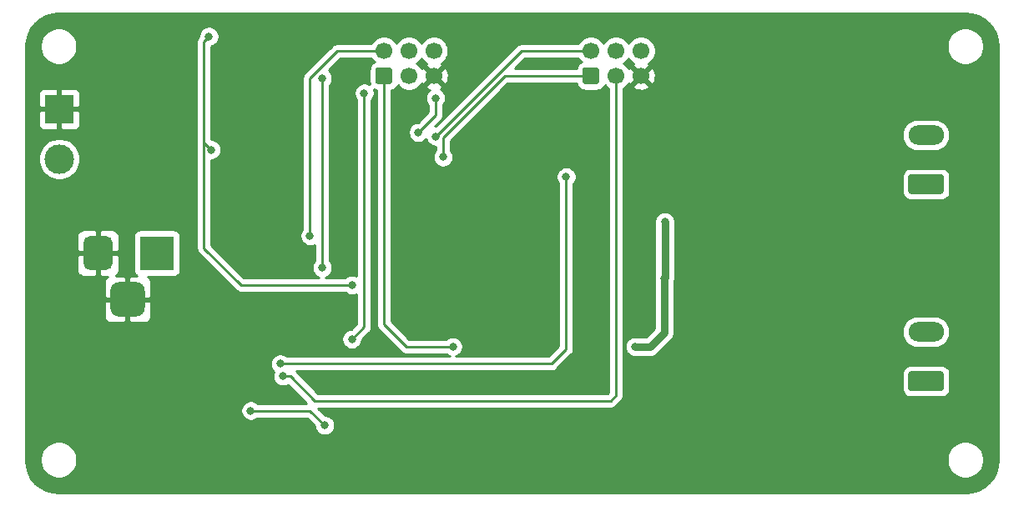
<source format=gbr>
%TF.GenerationSoftware,KiCad,Pcbnew,5.1.6-c6e7f7d~86~ubuntu20.04.1*%
%TF.CreationDate,2020-06-23T12:58:49+02:00*%
%TF.ProjectId,BoostModule,426f6f73-744d-46f6-9475-6c652e6b6963,rev?*%
%TF.SameCoordinates,Original*%
%TF.FileFunction,Copper,L2,Bot*%
%TF.FilePolarity,Positive*%
%FSLAX46Y46*%
G04 Gerber Fmt 4.6, Leading zero omitted, Abs format (unit mm)*
G04 Created by KiCad (PCBNEW 5.1.6-c6e7f7d~86~ubuntu20.04.1) date 2020-06-23 12:58:49*
%MOMM*%
%LPD*%
G01*
G04 APERTURE LIST*
%TA.AperFunction,ComponentPad*%
%ADD10C,3.000000*%
%TD*%
%TA.AperFunction,ComponentPad*%
%ADD11R,3.000000X3.000000*%
%TD*%
%TA.AperFunction,ComponentPad*%
%ADD12O,3.600000X2.000000*%
%TD*%
%TA.AperFunction,ComponentPad*%
%ADD13C,1.700000*%
%TD*%
%TA.AperFunction,ComponentPad*%
%ADD14R,3.500000X3.500000*%
%TD*%
%TA.AperFunction,ViaPad*%
%ADD15C,0.800000*%
%TD*%
%TA.AperFunction,Conductor*%
%ADD16C,0.250000*%
%TD*%
%TA.AperFunction,Conductor*%
%ADD17C,0.800000*%
%TD*%
%TA.AperFunction,Conductor*%
%ADD18C,0.254000*%
%TD*%
G04 APERTURE END LIST*
D10*
%TO.P,J6,2*%
%TO.N,/V_DCC*%
X104064000Y-65456000D03*
D11*
%TO.P,J6,1*%
%TO.N,GND*%
X104064000Y-60376000D03*
%TD*%
D12*
%TO.P,J5,2*%
%TO.N,/BoosModule/Out_B_J*%
X192000000Y-83000000D03*
%TO.P,J5,1*%
%TO.N,/BoosModule/Out_B_K*%
%TA.AperFunction,ComponentPad*%
G36*
G01*
X193550000Y-89000000D02*
X190450000Y-89000000D01*
G75*
G02*
X190200000Y-88750000I0J250000D01*
G01*
X190200000Y-87250000D01*
G75*
G02*
X190450000Y-87000000I250000J0D01*
G01*
X193550000Y-87000000D01*
G75*
G02*
X193800000Y-87250000I0J-250000D01*
G01*
X193800000Y-88750000D01*
G75*
G02*
X193550000Y-89000000I-250000J0D01*
G01*
G37*
%TD.AperFunction*%
%TD*%
%TO.P,J4,2*%
%TO.N,/BoosModule/Out_A_J*%
X192000000Y-63000000D03*
%TO.P,J4,1*%
%TO.N,/BoosModule/Out_A_K*%
%TA.AperFunction,ComponentPad*%
G36*
G01*
X193550000Y-69000000D02*
X190450000Y-69000000D01*
G75*
G02*
X190200000Y-68750000I0J250000D01*
G01*
X190200000Y-67250000D01*
G75*
G02*
X190450000Y-67000000I250000J0D01*
G01*
X193550000Y-67000000D01*
G75*
G02*
X193800000Y-67250000I0J-250000D01*
G01*
X193800000Y-68750000D01*
G75*
G02*
X193550000Y-69000000I-250000J0D01*
G01*
G37*
%TD.AperFunction*%
%TD*%
D13*
%TO.P,J3,6*%
%TO.N,+5V*%
X142080000Y-54460000D03*
%TO.P,J3,4*%
%TO.N,/BoosModule/Brake_B*%
X139540000Y-54460000D03*
%TO.P,J3,2*%
%TO.N,/BoosModule/DCC_B*%
X137000000Y-54460000D03*
%TO.P,J3,5*%
%TO.N,GND*%
X142080000Y-57000000D03*
%TO.P,J3,3*%
%TO.N,/BoosModule/Sns_B*%
X139540000Y-57000000D03*
%TO.P,J3,1*%
%TO.N,/BoosModule/en_B*%
%TA.AperFunction,ComponentPad*%
G36*
G01*
X137600000Y-57850000D02*
X136400000Y-57850000D01*
G75*
G02*
X136150000Y-57600000I0J250000D01*
G01*
X136150000Y-56400000D01*
G75*
G02*
X136400000Y-56150000I250000J0D01*
G01*
X137600000Y-56150000D01*
G75*
G02*
X137850000Y-56400000I0J-250000D01*
G01*
X137850000Y-57600000D01*
G75*
G02*
X137600000Y-57850000I-250000J0D01*
G01*
G37*
%TD.AperFunction*%
%TD*%
%TO.P,J2,6*%
%TO.N,+5V*%
X163080000Y-54460000D03*
%TO.P,J2,4*%
%TO.N,/BoosModule/Brake_A*%
X160540000Y-54460000D03*
%TO.P,J2,2*%
%TO.N,/BoosModule/DCC_A*%
X158000000Y-54460000D03*
%TO.P,J2,5*%
%TO.N,GND*%
X163080000Y-57000000D03*
%TO.P,J2,3*%
%TO.N,/BoosModule/Sns_A*%
X160540000Y-57000000D03*
%TO.P,J2,1*%
%TO.N,/BoosModule/en_A*%
%TA.AperFunction,ComponentPad*%
G36*
G01*
X158600000Y-57850000D02*
X157400000Y-57850000D01*
G75*
G02*
X157150000Y-57600000I0J250000D01*
G01*
X157150000Y-56400000D01*
G75*
G02*
X157400000Y-56150000I250000J0D01*
G01*
X158600000Y-56150000D01*
G75*
G02*
X158850000Y-56400000I0J-250000D01*
G01*
X158850000Y-57600000D01*
G75*
G02*
X158600000Y-57850000I-250000J0D01*
G01*
G37*
%TD.AperFunction*%
%TD*%
%TO.P,J1,3*%
%TO.N,GND*%
%TA.AperFunction,ComponentPad*%
G36*
G01*
X109250000Y-80575000D02*
X109250000Y-78825000D01*
G75*
G02*
X110125000Y-77950000I875000J0D01*
G01*
X111875000Y-77950000D01*
G75*
G02*
X112750000Y-78825000I0J-875000D01*
G01*
X112750000Y-80575000D01*
G75*
G02*
X111875000Y-81450000I-875000J0D01*
G01*
X110125000Y-81450000D01*
G75*
G02*
X109250000Y-80575000I0J875000D01*
G01*
G37*
%TD.AperFunction*%
%TO.P,J1,2*%
%TA.AperFunction,ComponentPad*%
G36*
G01*
X106500000Y-76000000D02*
X106500000Y-74000000D01*
G75*
G02*
X107250000Y-73250000I750000J0D01*
G01*
X108750000Y-73250000D01*
G75*
G02*
X109500000Y-74000000I0J-750000D01*
G01*
X109500000Y-76000000D01*
G75*
G02*
X108750000Y-76750000I-750000J0D01*
G01*
X107250000Y-76750000D01*
G75*
G02*
X106500000Y-76000000I0J750000D01*
G01*
G37*
%TD.AperFunction*%
D14*
%TO.P,J1,1*%
%TO.N,/V_DCC*%
X114000000Y-75000000D03*
%TD*%
D15*
%TO.N,GND*%
X138500000Y-67750000D03*
X134000000Y-72500000D03*
X142000000Y-72000000D03*
X136750000Y-88250000D03*
X139000000Y-64000000D03*
X133500000Y-64000000D03*
X152250000Y-74500000D03*
X158250000Y-74500000D03*
X161750000Y-82750000D03*
X154000000Y-55750000D03*
X153250000Y-81750000D03*
X153250000Y-68000000D03*
X139000000Y-81750000D03*
X162484000Y-70536000D03*
%TO.N,+5V*%
X119250000Y-53000000D03*
X119500000Y-64500000D03*
X133750000Y-78250000D03*
%TO.N,/V_DCC*%
X165450000Y-77550000D03*
X165500000Y-71800000D03*
X162484000Y-84500000D03*
%TO.N,/BoosModule/Brake_A*%
X142250000Y-59250000D03*
X140500000Y-62750000D03*
%TO.N,/BoosModule/DCC_A*%
X142280579Y-63160145D03*
%TO.N,/BoosModule/Sns_A*%
X126750000Y-87500000D03*
%TO.N,/BoosModule/en_A*%
X143000000Y-65250000D03*
%TO.N,/BoosModule/Brake_B*%
X130750000Y-57250000D03*
X130750000Y-76500000D03*
%TO.N,/BoosModule/DCC_B*%
X129500000Y-73250000D03*
%TO.N,/BoosModule/Sns_B*%
X135000000Y-58750000D03*
X133750000Y-83750000D03*
%TO.N,/BoosModule/en_B*%
X144000010Y-84500000D03*
%TO.N,/BoosModule/snsA*%
X126500000Y-86250000D03*
X155500000Y-67250000D03*
%TO.N,/BoosModule/snsB*%
X131000000Y-92500000D03*
X123500000Y-91000000D03*
%TD*%
D16*
%TO.N,+5V*%
X119250000Y-53000000D02*
X118750000Y-53500000D01*
X118750000Y-63750000D02*
X119500000Y-64500000D01*
X118750000Y-53500000D02*
X118750000Y-63750000D01*
X118750000Y-63750000D02*
X118750000Y-74500000D01*
X122500000Y-78250000D02*
X133750000Y-78250000D01*
X118750000Y-74500000D02*
X122500000Y-78250000D01*
D17*
%TO.N,/V_DCC*%
X165500000Y-77500000D02*
X165450000Y-77550000D01*
X165500000Y-71800000D02*
X165500000Y-77500000D01*
X165450000Y-83050000D02*
X164000000Y-84500000D01*
X165450000Y-77550000D02*
X165450000Y-83050000D01*
X164000000Y-84500000D02*
X162484000Y-84500000D01*
D16*
%TO.N,/BoosModule/Brake_A*%
X142250000Y-61000000D02*
X140500000Y-62750000D01*
X142250000Y-59250000D02*
X142250000Y-61000000D01*
%TO.N,/BoosModule/DCC_A*%
X158000000Y-54460000D02*
X150980724Y-54460000D01*
X150980724Y-54460000D02*
X142280579Y-63160145D01*
%TO.N,/BoosModule/Sns_A*%
X160540000Y-57000000D02*
X160540000Y-89460000D01*
X160540000Y-89460000D02*
X160000000Y-90000000D01*
X160000000Y-90000000D02*
X130000000Y-90000000D01*
X127500000Y-87500000D02*
X126750000Y-87500000D01*
X130000000Y-90000000D02*
X127500000Y-87500000D01*
%TO.N,/BoosModule/en_A*%
X149250000Y-57000000D02*
X143000000Y-63250000D01*
X158000000Y-57000000D02*
X149250000Y-57000000D01*
X143000000Y-63250000D02*
X143000000Y-65250000D01*
%TO.N,/BoosModule/Brake_B*%
X130750000Y-57250000D02*
X130750000Y-76500000D01*
%TO.N,/BoosModule/DCC_B*%
X137000000Y-54460000D02*
X132290000Y-54460000D01*
X129500000Y-57250000D02*
X129500000Y-73250000D01*
X132290000Y-54460000D02*
X129500000Y-57250000D01*
%TO.N,/BoosModule/Sns_B*%
X135000000Y-82500000D02*
X133750000Y-83750000D01*
X135000000Y-58750000D02*
X135000000Y-82500000D01*
%TO.N,/BoosModule/en_B*%
X139250000Y-84500000D02*
X144000010Y-84500000D01*
X137000000Y-82250000D02*
X139250000Y-84500000D01*
X137000000Y-57000000D02*
X137000000Y-82250000D01*
%TO.N,/BoosModule/snsA*%
X155500000Y-84750000D02*
X155500000Y-67250000D01*
X126500000Y-86250000D02*
X154000000Y-86250000D01*
X154000000Y-86250000D02*
X155500000Y-84750000D01*
%TO.N,/BoosModule/snsB*%
X131000000Y-92500000D02*
X129500000Y-91000000D01*
X129500000Y-91000000D02*
X123500000Y-91000000D01*
%TD*%
D18*
%TO.N,GND*%
G36*
X196648126Y-50726714D02*
G01*
X197271572Y-50914943D01*
X197846579Y-51220681D01*
X198351247Y-51632279D01*
X198766362Y-52134067D01*
X199076105Y-52706924D01*
X199268682Y-53329039D01*
X199340001Y-54007594D01*
X199340000Y-95967721D01*
X199273286Y-96648126D01*
X199085057Y-97271570D01*
X198779323Y-97846573D01*
X198367721Y-98351248D01*
X197865933Y-98766362D01*
X197293077Y-99076104D01*
X196670961Y-99268682D01*
X195992417Y-99340000D01*
X104032279Y-99340000D01*
X103351874Y-99273286D01*
X102728430Y-99085057D01*
X102153427Y-98779323D01*
X101648752Y-98367721D01*
X101233638Y-97865933D01*
X100923896Y-97293077D01*
X100731318Y-96670961D01*
X100660000Y-95992417D01*
X100660000Y-95814344D01*
X102115000Y-95814344D01*
X102115000Y-96185656D01*
X102187439Y-96549834D01*
X102329534Y-96892882D01*
X102535825Y-97201618D01*
X102798382Y-97464175D01*
X103107118Y-97670466D01*
X103450166Y-97812561D01*
X103814344Y-97885000D01*
X104185656Y-97885000D01*
X104549834Y-97812561D01*
X104892882Y-97670466D01*
X105201618Y-97464175D01*
X105464175Y-97201618D01*
X105670466Y-96892882D01*
X105812561Y-96549834D01*
X105885000Y-96185656D01*
X105885000Y-95814344D01*
X194115000Y-95814344D01*
X194115000Y-96185656D01*
X194187439Y-96549834D01*
X194329534Y-96892882D01*
X194535825Y-97201618D01*
X194798382Y-97464175D01*
X195107118Y-97670466D01*
X195450166Y-97812561D01*
X195814344Y-97885000D01*
X196185656Y-97885000D01*
X196549834Y-97812561D01*
X196892882Y-97670466D01*
X197201618Y-97464175D01*
X197464175Y-97201618D01*
X197670466Y-96892882D01*
X197812561Y-96549834D01*
X197885000Y-96185656D01*
X197885000Y-95814344D01*
X197812561Y-95450166D01*
X197670466Y-95107118D01*
X197464175Y-94798382D01*
X197201618Y-94535825D01*
X196892882Y-94329534D01*
X196549834Y-94187439D01*
X196185656Y-94115000D01*
X195814344Y-94115000D01*
X195450166Y-94187439D01*
X195107118Y-94329534D01*
X194798382Y-94535825D01*
X194535825Y-94798382D01*
X194329534Y-95107118D01*
X194187439Y-95450166D01*
X194115000Y-95814344D01*
X105885000Y-95814344D01*
X105812561Y-95450166D01*
X105670466Y-95107118D01*
X105464175Y-94798382D01*
X105201618Y-94535825D01*
X104892882Y-94329534D01*
X104549834Y-94187439D01*
X104185656Y-94115000D01*
X103814344Y-94115000D01*
X103450166Y-94187439D01*
X103107118Y-94329534D01*
X102798382Y-94535825D01*
X102535825Y-94798382D01*
X102329534Y-95107118D01*
X102187439Y-95450166D01*
X102115000Y-95814344D01*
X100660000Y-95814344D01*
X100660000Y-81450000D01*
X108611928Y-81450000D01*
X108624188Y-81574482D01*
X108660498Y-81694180D01*
X108719463Y-81804494D01*
X108798815Y-81901185D01*
X108895506Y-81980537D01*
X109005820Y-82039502D01*
X109125518Y-82075812D01*
X109250000Y-82088072D01*
X110714250Y-82085000D01*
X110873000Y-81926250D01*
X110873000Y-79827000D01*
X111127000Y-79827000D01*
X111127000Y-81926250D01*
X111285750Y-82085000D01*
X112750000Y-82088072D01*
X112874482Y-82075812D01*
X112994180Y-82039502D01*
X113104494Y-81980537D01*
X113201185Y-81901185D01*
X113280537Y-81804494D01*
X113339502Y-81694180D01*
X113375812Y-81574482D01*
X113388072Y-81450000D01*
X113385000Y-79985750D01*
X113226250Y-79827000D01*
X111127000Y-79827000D01*
X110873000Y-79827000D01*
X108773750Y-79827000D01*
X108615000Y-79985750D01*
X108611928Y-81450000D01*
X100660000Y-81450000D01*
X100660000Y-76750000D01*
X105861928Y-76750000D01*
X105874188Y-76874482D01*
X105910498Y-76994180D01*
X105969463Y-77104494D01*
X106048815Y-77201185D01*
X106145506Y-77280537D01*
X106255820Y-77339502D01*
X106375518Y-77375812D01*
X106500000Y-77388072D01*
X107714250Y-77385000D01*
X107873000Y-77226250D01*
X107873000Y-75127000D01*
X108127000Y-75127000D01*
X108127000Y-77226250D01*
X108285750Y-77385000D01*
X108956805Y-77386698D01*
X108895506Y-77419463D01*
X108798815Y-77498815D01*
X108719463Y-77595506D01*
X108660498Y-77705820D01*
X108624188Y-77825518D01*
X108611928Y-77950000D01*
X108615000Y-79414250D01*
X108773750Y-79573000D01*
X110873000Y-79573000D01*
X110873000Y-77473750D01*
X111127000Y-77473750D01*
X111127000Y-79573000D01*
X113226250Y-79573000D01*
X113385000Y-79414250D01*
X113388072Y-77950000D01*
X113375812Y-77825518D01*
X113339502Y-77705820D01*
X113280537Y-77595506D01*
X113201185Y-77498815D01*
X113104494Y-77419463D01*
X113045767Y-77388072D01*
X115750000Y-77388072D01*
X115874482Y-77375812D01*
X115994180Y-77339502D01*
X116104494Y-77280537D01*
X116201185Y-77201185D01*
X116280537Y-77104494D01*
X116339502Y-76994180D01*
X116375812Y-76874482D01*
X116388072Y-76750000D01*
X116388072Y-73250000D01*
X116375812Y-73125518D01*
X116339502Y-73005820D01*
X116280537Y-72895506D01*
X116201185Y-72798815D01*
X116104494Y-72719463D01*
X115994180Y-72660498D01*
X115874482Y-72624188D01*
X115750000Y-72611928D01*
X112250000Y-72611928D01*
X112125518Y-72624188D01*
X112005820Y-72660498D01*
X111895506Y-72719463D01*
X111798815Y-72798815D01*
X111719463Y-72895506D01*
X111660498Y-73005820D01*
X111624188Y-73125518D01*
X111611928Y-73250000D01*
X111611928Y-76750000D01*
X111624188Y-76874482D01*
X111660498Y-76994180D01*
X111719463Y-77104494D01*
X111798815Y-77201185D01*
X111895506Y-77280537D01*
X111957345Y-77313591D01*
X111285750Y-77315000D01*
X111127000Y-77473750D01*
X110873000Y-77473750D01*
X110714250Y-77315000D01*
X109793633Y-77313069D01*
X109854494Y-77280537D01*
X109951185Y-77201185D01*
X110030537Y-77104494D01*
X110089502Y-76994180D01*
X110125812Y-76874482D01*
X110138072Y-76750000D01*
X110135000Y-75285750D01*
X109976250Y-75127000D01*
X108127000Y-75127000D01*
X107873000Y-75127000D01*
X106023750Y-75127000D01*
X105865000Y-75285750D01*
X105861928Y-76750000D01*
X100660000Y-76750000D01*
X100660000Y-73250000D01*
X105861928Y-73250000D01*
X105865000Y-74714250D01*
X106023750Y-74873000D01*
X107873000Y-74873000D01*
X107873000Y-72773750D01*
X108127000Y-72773750D01*
X108127000Y-74873000D01*
X109976250Y-74873000D01*
X110135000Y-74714250D01*
X110138072Y-73250000D01*
X110125812Y-73125518D01*
X110089502Y-73005820D01*
X110030537Y-72895506D01*
X109951185Y-72798815D01*
X109854494Y-72719463D01*
X109744180Y-72660498D01*
X109624482Y-72624188D01*
X109500000Y-72611928D01*
X108285750Y-72615000D01*
X108127000Y-72773750D01*
X107873000Y-72773750D01*
X107714250Y-72615000D01*
X106500000Y-72611928D01*
X106375518Y-72624188D01*
X106255820Y-72660498D01*
X106145506Y-72719463D01*
X106048815Y-72798815D01*
X105969463Y-72895506D01*
X105910498Y-73005820D01*
X105874188Y-73125518D01*
X105861928Y-73250000D01*
X100660000Y-73250000D01*
X100660000Y-65245721D01*
X101929000Y-65245721D01*
X101929000Y-65666279D01*
X102011047Y-66078756D01*
X102171988Y-66467302D01*
X102405637Y-66816983D01*
X102703017Y-67114363D01*
X103052698Y-67348012D01*
X103441244Y-67508953D01*
X103853721Y-67591000D01*
X104274279Y-67591000D01*
X104686756Y-67508953D01*
X105075302Y-67348012D01*
X105424983Y-67114363D01*
X105722363Y-66816983D01*
X105956012Y-66467302D01*
X106116953Y-66078756D01*
X106199000Y-65666279D01*
X106199000Y-65245721D01*
X106116953Y-64833244D01*
X105956012Y-64444698D01*
X105722363Y-64095017D01*
X105424983Y-63797637D01*
X105075302Y-63563988D01*
X104686756Y-63403047D01*
X104274279Y-63321000D01*
X103853721Y-63321000D01*
X103441244Y-63403047D01*
X103052698Y-63563988D01*
X102703017Y-63797637D01*
X102405637Y-64095017D01*
X102171988Y-64444698D01*
X102011047Y-64833244D01*
X101929000Y-65245721D01*
X100660000Y-65245721D01*
X100660000Y-61876000D01*
X101925928Y-61876000D01*
X101938188Y-62000482D01*
X101974498Y-62120180D01*
X102033463Y-62230494D01*
X102112815Y-62327185D01*
X102209506Y-62406537D01*
X102319820Y-62465502D01*
X102439518Y-62501812D01*
X102564000Y-62514072D01*
X103778250Y-62511000D01*
X103937000Y-62352250D01*
X103937000Y-60503000D01*
X104191000Y-60503000D01*
X104191000Y-62352250D01*
X104349750Y-62511000D01*
X105564000Y-62514072D01*
X105688482Y-62501812D01*
X105808180Y-62465502D01*
X105918494Y-62406537D01*
X106015185Y-62327185D01*
X106094537Y-62230494D01*
X106153502Y-62120180D01*
X106189812Y-62000482D01*
X106202072Y-61876000D01*
X106199000Y-60661750D01*
X106040250Y-60503000D01*
X104191000Y-60503000D01*
X103937000Y-60503000D01*
X102087750Y-60503000D01*
X101929000Y-60661750D01*
X101925928Y-61876000D01*
X100660000Y-61876000D01*
X100660000Y-58876000D01*
X101925928Y-58876000D01*
X101929000Y-60090250D01*
X102087750Y-60249000D01*
X103937000Y-60249000D01*
X103937000Y-58399750D01*
X104191000Y-58399750D01*
X104191000Y-60249000D01*
X106040250Y-60249000D01*
X106199000Y-60090250D01*
X106202072Y-58876000D01*
X106189812Y-58751518D01*
X106153502Y-58631820D01*
X106094537Y-58521506D01*
X106015185Y-58424815D01*
X105918494Y-58345463D01*
X105808180Y-58286498D01*
X105688482Y-58250188D01*
X105564000Y-58237928D01*
X104349750Y-58241000D01*
X104191000Y-58399750D01*
X103937000Y-58399750D01*
X103778250Y-58241000D01*
X102564000Y-58237928D01*
X102439518Y-58250188D01*
X102319820Y-58286498D01*
X102209506Y-58345463D01*
X102112815Y-58424815D01*
X102033463Y-58521506D01*
X101974498Y-58631820D01*
X101938188Y-58751518D01*
X101925928Y-58876000D01*
X100660000Y-58876000D01*
X100660000Y-54032278D01*
X100681368Y-53814344D01*
X102115000Y-53814344D01*
X102115000Y-54185656D01*
X102187439Y-54549834D01*
X102329534Y-54892882D01*
X102535825Y-55201618D01*
X102798382Y-55464175D01*
X103107118Y-55670466D01*
X103450166Y-55812561D01*
X103814344Y-55885000D01*
X104185656Y-55885000D01*
X104549834Y-55812561D01*
X104892882Y-55670466D01*
X105201618Y-55464175D01*
X105464175Y-55201618D01*
X105670466Y-54892882D01*
X105812561Y-54549834D01*
X105885000Y-54185656D01*
X105885000Y-53814344D01*
X105822474Y-53500000D01*
X117986324Y-53500000D01*
X117990000Y-53537322D01*
X117990001Y-63712658D01*
X117990000Y-63712668D01*
X117990000Y-63712678D01*
X117986324Y-63750000D01*
X117990000Y-63787322D01*
X117990001Y-74462668D01*
X117986324Y-74500000D01*
X118000998Y-74648985D01*
X118044454Y-74792246D01*
X118115026Y-74924276D01*
X118186201Y-75011002D01*
X118210000Y-75040001D01*
X118238998Y-75063799D01*
X121936201Y-78761003D01*
X121959999Y-78790001D01*
X122075724Y-78884974D01*
X122207753Y-78955546D01*
X122351014Y-78999003D01*
X122462667Y-79010000D01*
X122462677Y-79010000D01*
X122500000Y-79013676D01*
X122537323Y-79010000D01*
X133046289Y-79010000D01*
X133090226Y-79053937D01*
X133259744Y-79167205D01*
X133448102Y-79245226D01*
X133648061Y-79285000D01*
X133851939Y-79285000D01*
X134051898Y-79245226D01*
X134240001Y-79167311D01*
X134240001Y-82185197D01*
X133710199Y-82715000D01*
X133648061Y-82715000D01*
X133448102Y-82754774D01*
X133259744Y-82832795D01*
X133090226Y-82946063D01*
X132946063Y-83090226D01*
X132832795Y-83259744D01*
X132754774Y-83448102D01*
X132715000Y-83648061D01*
X132715000Y-83851939D01*
X132754774Y-84051898D01*
X132832795Y-84240256D01*
X132946063Y-84409774D01*
X133090226Y-84553937D01*
X133259744Y-84667205D01*
X133448102Y-84745226D01*
X133648061Y-84785000D01*
X133851939Y-84785000D01*
X134051898Y-84745226D01*
X134240256Y-84667205D01*
X134409774Y-84553937D01*
X134553937Y-84409774D01*
X134667205Y-84240256D01*
X134745226Y-84051898D01*
X134785000Y-83851939D01*
X134785000Y-83789801D01*
X135511003Y-83063799D01*
X135540001Y-83040001D01*
X135573647Y-82999003D01*
X135634974Y-82924277D01*
X135705546Y-82792247D01*
X135728978Y-82715000D01*
X135749003Y-82648986D01*
X135760000Y-82537333D01*
X135760000Y-82537323D01*
X135763676Y-82500000D01*
X135760000Y-82462677D01*
X135760000Y-59453711D01*
X135803937Y-59409774D01*
X135917205Y-59240256D01*
X135995226Y-59051898D01*
X136035000Y-58851939D01*
X136035000Y-58648061D01*
X135995226Y-58448102D01*
X135962065Y-58368044D01*
X136060150Y-58420472D01*
X136226746Y-58471008D01*
X136240000Y-58472313D01*
X136240001Y-82212667D01*
X136236324Y-82250000D01*
X136250998Y-82398985D01*
X136294454Y-82542246D01*
X136365026Y-82674276D01*
X136398448Y-82715000D01*
X136460000Y-82790001D01*
X136488998Y-82813799D01*
X138686201Y-85011003D01*
X138709999Y-85040001D01*
X138738997Y-85063799D01*
X138825724Y-85134974D01*
X138957753Y-85205546D01*
X139101014Y-85249003D01*
X139250000Y-85263677D01*
X139287333Y-85260000D01*
X143296299Y-85260000D01*
X143340236Y-85303937D01*
X143509754Y-85417205D01*
X143685495Y-85490000D01*
X127203711Y-85490000D01*
X127159774Y-85446063D01*
X126990256Y-85332795D01*
X126801898Y-85254774D01*
X126601939Y-85215000D01*
X126398061Y-85215000D01*
X126198102Y-85254774D01*
X126009744Y-85332795D01*
X125840226Y-85446063D01*
X125696063Y-85590226D01*
X125582795Y-85759744D01*
X125504774Y-85948102D01*
X125465000Y-86148061D01*
X125465000Y-86351939D01*
X125504774Y-86551898D01*
X125582795Y-86740256D01*
X125696063Y-86909774D01*
X125822028Y-87035739D01*
X125754774Y-87198102D01*
X125715000Y-87398061D01*
X125715000Y-87601939D01*
X125754774Y-87801898D01*
X125832795Y-87990256D01*
X125946063Y-88159774D01*
X126090226Y-88303937D01*
X126259744Y-88417205D01*
X126448102Y-88495226D01*
X126648061Y-88535000D01*
X126851939Y-88535000D01*
X127051898Y-88495226D01*
X127240256Y-88417205D01*
X127301489Y-88376290D01*
X129165198Y-90240000D01*
X124203711Y-90240000D01*
X124159774Y-90196063D01*
X123990256Y-90082795D01*
X123801898Y-90004774D01*
X123601939Y-89965000D01*
X123398061Y-89965000D01*
X123198102Y-90004774D01*
X123009744Y-90082795D01*
X122840226Y-90196063D01*
X122696063Y-90340226D01*
X122582795Y-90509744D01*
X122504774Y-90698102D01*
X122465000Y-90898061D01*
X122465000Y-91101939D01*
X122504774Y-91301898D01*
X122582795Y-91490256D01*
X122696063Y-91659774D01*
X122840226Y-91803937D01*
X123009744Y-91917205D01*
X123198102Y-91995226D01*
X123398061Y-92035000D01*
X123601939Y-92035000D01*
X123801898Y-91995226D01*
X123990256Y-91917205D01*
X124159774Y-91803937D01*
X124203711Y-91760000D01*
X129185199Y-91760000D01*
X129965000Y-92539802D01*
X129965000Y-92601939D01*
X130004774Y-92801898D01*
X130082795Y-92990256D01*
X130196063Y-93159774D01*
X130340226Y-93303937D01*
X130509744Y-93417205D01*
X130698102Y-93495226D01*
X130898061Y-93535000D01*
X131101939Y-93535000D01*
X131301898Y-93495226D01*
X131490256Y-93417205D01*
X131659774Y-93303937D01*
X131803937Y-93159774D01*
X131917205Y-92990256D01*
X131995226Y-92801898D01*
X132035000Y-92601939D01*
X132035000Y-92398061D01*
X131995226Y-92198102D01*
X131917205Y-92009744D01*
X131803937Y-91840226D01*
X131659774Y-91696063D01*
X131490256Y-91582795D01*
X131301898Y-91504774D01*
X131101939Y-91465000D01*
X131039802Y-91465000D01*
X130334801Y-90760000D01*
X159962678Y-90760000D01*
X160000000Y-90763676D01*
X160037322Y-90760000D01*
X160037333Y-90760000D01*
X160148986Y-90749003D01*
X160292247Y-90705546D01*
X160424276Y-90634974D01*
X160540001Y-90540001D01*
X160563803Y-90510998D01*
X161051002Y-90023800D01*
X161080001Y-90000001D01*
X161174974Y-89884276D01*
X161245546Y-89752247D01*
X161289003Y-89608986D01*
X161300000Y-89497333D01*
X161300000Y-89497324D01*
X161303676Y-89460001D01*
X161300000Y-89422678D01*
X161300000Y-87250000D01*
X189561928Y-87250000D01*
X189561928Y-88750000D01*
X189578992Y-88923254D01*
X189629528Y-89089850D01*
X189711595Y-89243386D01*
X189822038Y-89377962D01*
X189956614Y-89488405D01*
X190110150Y-89570472D01*
X190276746Y-89621008D01*
X190450000Y-89638072D01*
X193550000Y-89638072D01*
X193723254Y-89621008D01*
X193889850Y-89570472D01*
X194043386Y-89488405D01*
X194177962Y-89377962D01*
X194288405Y-89243386D01*
X194370472Y-89089850D01*
X194421008Y-88923254D01*
X194438072Y-88750000D01*
X194438072Y-87250000D01*
X194421008Y-87076746D01*
X194370472Y-86910150D01*
X194288405Y-86756614D01*
X194177962Y-86622038D01*
X194043386Y-86511595D01*
X193889850Y-86429528D01*
X193723254Y-86378992D01*
X193550000Y-86361928D01*
X190450000Y-86361928D01*
X190276746Y-86378992D01*
X190110150Y-86429528D01*
X189956614Y-86511595D01*
X189822038Y-86622038D01*
X189711595Y-86756614D01*
X189629528Y-86910150D01*
X189578992Y-87076746D01*
X189561928Y-87250000D01*
X161300000Y-87250000D01*
X161300000Y-84500000D01*
X161443993Y-84500000D01*
X161449000Y-84550838D01*
X161449000Y-84601939D01*
X161458969Y-84652057D01*
X161463976Y-84702895D01*
X161478804Y-84751777D01*
X161488774Y-84801898D01*
X161508331Y-84849113D01*
X161523159Y-84897993D01*
X161547238Y-84943042D01*
X161566795Y-84990256D01*
X161595186Y-85032746D01*
X161619266Y-85077797D01*
X161651672Y-85117284D01*
X161680063Y-85159774D01*
X161716197Y-85195908D01*
X161748604Y-85235396D01*
X161788092Y-85267803D01*
X161824226Y-85303937D01*
X161866716Y-85332328D01*
X161906203Y-85364734D01*
X161951254Y-85388814D01*
X161993744Y-85417205D01*
X162040958Y-85436762D01*
X162086007Y-85460841D01*
X162134887Y-85475669D01*
X162182102Y-85495226D01*
X162232223Y-85505196D01*
X162281105Y-85520024D01*
X162331943Y-85525031D01*
X162382061Y-85535000D01*
X163949172Y-85535000D01*
X164000000Y-85540006D01*
X164050828Y-85535000D01*
X164050838Y-85535000D01*
X164202895Y-85520024D01*
X164397993Y-85460841D01*
X164577797Y-85364734D01*
X164735396Y-85235396D01*
X164767807Y-85195903D01*
X166145908Y-83817803D01*
X166185396Y-83785396D01*
X166217803Y-83745908D01*
X166314734Y-83627798D01*
X166380491Y-83504774D01*
X166410841Y-83447993D01*
X166470024Y-83252895D01*
X166485000Y-83100838D01*
X166485000Y-83100835D01*
X166490007Y-83050000D01*
X166485083Y-83000000D01*
X189557089Y-83000000D01*
X189588657Y-83320516D01*
X189682148Y-83628715D01*
X189833969Y-83912752D01*
X190038286Y-84161714D01*
X190287248Y-84366031D01*
X190571285Y-84517852D01*
X190879484Y-84611343D01*
X191119678Y-84635000D01*
X192880322Y-84635000D01*
X193120516Y-84611343D01*
X193428715Y-84517852D01*
X193712752Y-84366031D01*
X193961714Y-84161714D01*
X194166031Y-83912752D01*
X194317852Y-83628715D01*
X194411343Y-83320516D01*
X194442911Y-83000000D01*
X194411343Y-82679484D01*
X194317852Y-82371285D01*
X194166031Y-82087248D01*
X193961714Y-81838286D01*
X193712752Y-81633969D01*
X193428715Y-81482148D01*
X193120516Y-81388657D01*
X192880322Y-81365000D01*
X191119678Y-81365000D01*
X190879484Y-81388657D01*
X190571285Y-81482148D01*
X190287248Y-81633969D01*
X190038286Y-81838286D01*
X189833969Y-82087248D01*
X189682148Y-82371285D01*
X189588657Y-82679484D01*
X189557089Y-83000000D01*
X166485083Y-83000000D01*
X166485000Y-82999165D01*
X166485000Y-77818352D01*
X166520024Y-77702895D01*
X166535000Y-77550838D01*
X166535000Y-77550835D01*
X166540007Y-77500000D01*
X166535000Y-77449165D01*
X166535000Y-71698061D01*
X166525031Y-71647943D01*
X166520024Y-71597105D01*
X166505196Y-71548223D01*
X166495226Y-71498102D01*
X166475669Y-71450887D01*
X166460841Y-71402007D01*
X166436762Y-71356958D01*
X166417205Y-71309744D01*
X166388814Y-71267254D01*
X166364734Y-71222203D01*
X166332328Y-71182716D01*
X166303937Y-71140226D01*
X166267803Y-71104092D01*
X166235396Y-71064604D01*
X166195908Y-71032197D01*
X166159774Y-70996063D01*
X166117284Y-70967672D01*
X166077797Y-70935266D01*
X166032747Y-70911186D01*
X165990256Y-70882795D01*
X165943039Y-70863237D01*
X165897992Y-70839159D01*
X165849116Y-70824332D01*
X165801898Y-70804774D01*
X165751774Y-70794804D01*
X165702894Y-70779976D01*
X165652058Y-70774969D01*
X165601939Y-70765000D01*
X165550838Y-70765000D01*
X165500000Y-70759993D01*
X165449162Y-70765000D01*
X165398061Y-70765000D01*
X165347943Y-70774969D01*
X165297105Y-70779976D01*
X165248223Y-70794804D01*
X165198102Y-70804774D01*
X165150887Y-70824331D01*
X165102007Y-70839159D01*
X165056958Y-70863238D01*
X165009744Y-70882795D01*
X164967254Y-70911186D01*
X164922203Y-70935266D01*
X164882716Y-70967672D01*
X164840226Y-70996063D01*
X164804092Y-71032197D01*
X164764604Y-71064604D01*
X164732197Y-71104092D01*
X164696063Y-71140226D01*
X164667672Y-71182716D01*
X164635266Y-71222203D01*
X164611186Y-71267253D01*
X164582795Y-71309744D01*
X164563237Y-71356961D01*
X164539159Y-71402008D01*
X164524332Y-71450884D01*
X164504774Y-71498102D01*
X164494804Y-71548226D01*
X164479976Y-71597106D01*
X164474969Y-71647942D01*
X164465000Y-71698061D01*
X164465000Y-71749163D01*
X164465001Y-77223412D01*
X164454774Y-77248102D01*
X164444804Y-77298226D01*
X164429976Y-77347106D01*
X164424969Y-77397942D01*
X164415000Y-77448061D01*
X164415000Y-77499172D01*
X164409994Y-77550000D01*
X164415000Y-77600828D01*
X164415001Y-82621288D01*
X163571290Y-83465000D01*
X162382061Y-83465000D01*
X162331943Y-83474969D01*
X162281105Y-83479976D01*
X162232223Y-83494804D01*
X162182102Y-83504774D01*
X162134887Y-83524331D01*
X162086007Y-83539159D01*
X162040958Y-83563238D01*
X161993744Y-83582795D01*
X161951254Y-83611186D01*
X161906203Y-83635266D01*
X161866716Y-83667672D01*
X161824226Y-83696063D01*
X161788092Y-83732197D01*
X161748604Y-83764604D01*
X161716197Y-83804092D01*
X161680063Y-83840226D01*
X161651672Y-83882716D01*
X161619266Y-83922203D01*
X161595186Y-83967254D01*
X161566795Y-84009744D01*
X161547238Y-84056958D01*
X161523159Y-84102007D01*
X161508331Y-84150887D01*
X161488774Y-84198102D01*
X161478804Y-84248223D01*
X161463976Y-84297105D01*
X161458969Y-84347943D01*
X161449000Y-84398061D01*
X161449000Y-84449162D01*
X161443993Y-84500000D01*
X161300000Y-84500000D01*
X161300000Y-67250000D01*
X189561928Y-67250000D01*
X189561928Y-68750000D01*
X189578992Y-68923254D01*
X189629528Y-69089850D01*
X189711595Y-69243386D01*
X189822038Y-69377962D01*
X189956614Y-69488405D01*
X190110150Y-69570472D01*
X190276746Y-69621008D01*
X190450000Y-69638072D01*
X193550000Y-69638072D01*
X193723254Y-69621008D01*
X193889850Y-69570472D01*
X194043386Y-69488405D01*
X194177962Y-69377962D01*
X194288405Y-69243386D01*
X194370472Y-69089850D01*
X194421008Y-68923254D01*
X194438072Y-68750000D01*
X194438072Y-67250000D01*
X194421008Y-67076746D01*
X194370472Y-66910150D01*
X194288405Y-66756614D01*
X194177962Y-66622038D01*
X194043386Y-66511595D01*
X193889850Y-66429528D01*
X193723254Y-66378992D01*
X193550000Y-66361928D01*
X190450000Y-66361928D01*
X190276746Y-66378992D01*
X190110150Y-66429528D01*
X189956614Y-66511595D01*
X189822038Y-66622038D01*
X189711595Y-66756614D01*
X189629528Y-66910150D01*
X189578992Y-67076746D01*
X189561928Y-67250000D01*
X161300000Y-67250000D01*
X161300000Y-63000000D01*
X189557089Y-63000000D01*
X189588657Y-63320516D01*
X189682148Y-63628715D01*
X189833969Y-63912752D01*
X190038286Y-64161714D01*
X190287248Y-64366031D01*
X190571285Y-64517852D01*
X190879484Y-64611343D01*
X191119678Y-64635000D01*
X192880322Y-64635000D01*
X193120516Y-64611343D01*
X193428715Y-64517852D01*
X193712752Y-64366031D01*
X193961714Y-64161714D01*
X194166031Y-63912752D01*
X194317852Y-63628715D01*
X194411343Y-63320516D01*
X194442911Y-63000000D01*
X194411343Y-62679484D01*
X194317852Y-62371285D01*
X194166031Y-62087248D01*
X193961714Y-61838286D01*
X193712752Y-61633969D01*
X193428715Y-61482148D01*
X193120516Y-61388657D01*
X192880322Y-61365000D01*
X191119678Y-61365000D01*
X190879484Y-61388657D01*
X190571285Y-61482148D01*
X190287248Y-61633969D01*
X190038286Y-61838286D01*
X189833969Y-62087248D01*
X189682148Y-62371285D01*
X189588657Y-62679484D01*
X189557089Y-63000000D01*
X161300000Y-63000000D01*
X161300000Y-58278178D01*
X161486632Y-58153475D01*
X161611710Y-58028397D01*
X162231208Y-58028397D01*
X162308843Y-58277472D01*
X162572883Y-58403371D01*
X162856411Y-58475339D01*
X163148531Y-58490611D01*
X163438019Y-58448599D01*
X163713747Y-58350919D01*
X163851157Y-58277472D01*
X163928792Y-58028397D01*
X163080000Y-57179605D01*
X162231208Y-58028397D01*
X161611710Y-58028397D01*
X161693475Y-57946632D01*
X161809311Y-57773271D01*
X162051603Y-57848792D01*
X162900395Y-57000000D01*
X163259605Y-57000000D01*
X164108397Y-57848792D01*
X164357472Y-57771157D01*
X164483371Y-57507117D01*
X164555339Y-57223589D01*
X164570611Y-56931469D01*
X164528599Y-56641981D01*
X164430919Y-56366253D01*
X164357472Y-56228843D01*
X164108397Y-56151208D01*
X163259605Y-57000000D01*
X162900395Y-57000000D01*
X162051603Y-56151208D01*
X161809311Y-56226729D01*
X161693475Y-56053368D01*
X161486632Y-55846525D01*
X161312240Y-55730000D01*
X161486632Y-55613475D01*
X161693475Y-55406632D01*
X161810000Y-55232240D01*
X161926525Y-55406632D01*
X162133368Y-55613475D01*
X162306729Y-55729311D01*
X162231208Y-55971603D01*
X163080000Y-56820395D01*
X163928792Y-55971603D01*
X163853271Y-55729311D01*
X164026632Y-55613475D01*
X164233475Y-55406632D01*
X164395990Y-55163411D01*
X164507932Y-54893158D01*
X164565000Y-54606260D01*
X164565000Y-54313740D01*
X164507932Y-54026842D01*
X164419913Y-53814344D01*
X194115000Y-53814344D01*
X194115000Y-54185656D01*
X194187439Y-54549834D01*
X194329534Y-54892882D01*
X194535825Y-55201618D01*
X194798382Y-55464175D01*
X195107118Y-55670466D01*
X195450166Y-55812561D01*
X195814344Y-55885000D01*
X196185656Y-55885000D01*
X196549834Y-55812561D01*
X196892882Y-55670466D01*
X197201618Y-55464175D01*
X197464175Y-55201618D01*
X197670466Y-54892882D01*
X197812561Y-54549834D01*
X197885000Y-54185656D01*
X197885000Y-53814344D01*
X197812561Y-53450166D01*
X197670466Y-53107118D01*
X197464175Y-52798382D01*
X197201618Y-52535825D01*
X196892882Y-52329534D01*
X196549834Y-52187439D01*
X196185656Y-52115000D01*
X195814344Y-52115000D01*
X195450166Y-52187439D01*
X195107118Y-52329534D01*
X194798382Y-52535825D01*
X194535825Y-52798382D01*
X194329534Y-53107118D01*
X194187439Y-53450166D01*
X194115000Y-53814344D01*
X164419913Y-53814344D01*
X164395990Y-53756589D01*
X164233475Y-53513368D01*
X164026632Y-53306525D01*
X163783411Y-53144010D01*
X163513158Y-53032068D01*
X163226260Y-52975000D01*
X162933740Y-52975000D01*
X162646842Y-53032068D01*
X162376589Y-53144010D01*
X162133368Y-53306525D01*
X161926525Y-53513368D01*
X161810000Y-53687760D01*
X161693475Y-53513368D01*
X161486632Y-53306525D01*
X161243411Y-53144010D01*
X160973158Y-53032068D01*
X160686260Y-52975000D01*
X160393740Y-52975000D01*
X160106842Y-53032068D01*
X159836589Y-53144010D01*
X159593368Y-53306525D01*
X159386525Y-53513368D01*
X159270000Y-53687760D01*
X159153475Y-53513368D01*
X158946632Y-53306525D01*
X158703411Y-53144010D01*
X158433158Y-53032068D01*
X158146260Y-52975000D01*
X157853740Y-52975000D01*
X157566842Y-53032068D01*
X157296589Y-53144010D01*
X157053368Y-53306525D01*
X156846525Y-53513368D01*
X156721822Y-53700000D01*
X151018046Y-53700000D01*
X150980723Y-53696324D01*
X150943400Y-53700000D01*
X150943391Y-53700000D01*
X150831738Y-53710997D01*
X150715661Y-53746208D01*
X150688477Y-53754454D01*
X150556447Y-53825026D01*
X150489040Y-53880346D01*
X150440723Y-53919999D01*
X150416925Y-53948997D01*
X142240778Y-62125145D01*
X142199657Y-62125145D01*
X142761003Y-61563799D01*
X142790001Y-61540001D01*
X142884974Y-61424276D01*
X142955546Y-61292247D01*
X142999003Y-61148986D01*
X143010000Y-61037333D01*
X143010000Y-61037325D01*
X143013676Y-61000000D01*
X143010000Y-60962675D01*
X143010000Y-59953711D01*
X143053937Y-59909774D01*
X143167205Y-59740256D01*
X143245226Y-59551898D01*
X143285000Y-59351939D01*
X143285000Y-59148061D01*
X143245226Y-58948102D01*
X143167205Y-58759744D01*
X143053937Y-58590226D01*
X142909774Y-58446063D01*
X142743544Y-58334992D01*
X142851157Y-58277472D01*
X142928792Y-58028397D01*
X142080000Y-57179605D01*
X141231208Y-58028397D01*
X141308843Y-58277472D01*
X141572883Y-58403371D01*
X141631755Y-58418314D01*
X141590226Y-58446063D01*
X141446063Y-58590226D01*
X141332795Y-58759744D01*
X141254774Y-58948102D01*
X141215000Y-59148061D01*
X141215000Y-59351939D01*
X141254774Y-59551898D01*
X141332795Y-59740256D01*
X141446063Y-59909774D01*
X141490000Y-59953711D01*
X141490001Y-60685197D01*
X140460199Y-61715000D01*
X140398061Y-61715000D01*
X140198102Y-61754774D01*
X140009744Y-61832795D01*
X139840226Y-61946063D01*
X139696063Y-62090226D01*
X139582795Y-62259744D01*
X139504774Y-62448102D01*
X139465000Y-62648061D01*
X139465000Y-62851939D01*
X139504774Y-63051898D01*
X139582795Y-63240256D01*
X139696063Y-63409774D01*
X139840226Y-63553937D01*
X140009744Y-63667205D01*
X140198102Y-63745226D01*
X140398061Y-63785000D01*
X140601939Y-63785000D01*
X140801898Y-63745226D01*
X140990256Y-63667205D01*
X141159774Y-63553937D01*
X141279764Y-63433947D01*
X141285353Y-63462043D01*
X141363374Y-63650401D01*
X141476642Y-63819919D01*
X141620805Y-63964082D01*
X141790323Y-64077350D01*
X141978681Y-64155371D01*
X142178640Y-64195145D01*
X142240000Y-64195145D01*
X142240001Y-64546288D01*
X142196063Y-64590226D01*
X142082795Y-64759744D01*
X142004774Y-64948102D01*
X141965000Y-65148061D01*
X141965000Y-65351939D01*
X142004774Y-65551898D01*
X142082795Y-65740256D01*
X142196063Y-65909774D01*
X142340226Y-66053937D01*
X142509744Y-66167205D01*
X142698102Y-66245226D01*
X142898061Y-66285000D01*
X143101939Y-66285000D01*
X143301898Y-66245226D01*
X143490256Y-66167205D01*
X143659774Y-66053937D01*
X143803937Y-65909774D01*
X143917205Y-65740256D01*
X143995226Y-65551898D01*
X144035000Y-65351939D01*
X144035000Y-65148061D01*
X143995226Y-64948102D01*
X143917205Y-64759744D01*
X143803937Y-64590226D01*
X143760000Y-64546289D01*
X143760000Y-63564801D01*
X149564802Y-57760000D01*
X156527687Y-57760000D01*
X156528992Y-57773254D01*
X156579528Y-57939850D01*
X156661595Y-58093386D01*
X156772038Y-58227962D01*
X156906614Y-58338405D01*
X157060150Y-58420472D01*
X157226746Y-58471008D01*
X157400000Y-58488072D01*
X158600000Y-58488072D01*
X158773254Y-58471008D01*
X158939850Y-58420472D01*
X159093386Y-58338405D01*
X159227962Y-58227962D01*
X159338405Y-58093386D01*
X159406285Y-57966392D01*
X159593368Y-58153475D01*
X159780000Y-58278178D01*
X159780001Y-89145197D01*
X159685199Y-89240000D01*
X130314802Y-89240000D01*
X128084801Y-87010000D01*
X153962678Y-87010000D01*
X154000000Y-87013676D01*
X154037322Y-87010000D01*
X154037333Y-87010000D01*
X154148986Y-86999003D01*
X154292247Y-86955546D01*
X154424276Y-86884974D01*
X154540001Y-86790001D01*
X154563804Y-86760997D01*
X156011004Y-85313798D01*
X156040001Y-85290001D01*
X156134974Y-85174276D01*
X156205546Y-85042247D01*
X156249003Y-84898986D01*
X156260000Y-84787333D01*
X156260000Y-84787324D01*
X156263676Y-84750001D01*
X156260000Y-84712678D01*
X156260000Y-67953711D01*
X156303937Y-67909774D01*
X156417205Y-67740256D01*
X156495226Y-67551898D01*
X156535000Y-67351939D01*
X156535000Y-67148061D01*
X156495226Y-66948102D01*
X156417205Y-66759744D01*
X156303937Y-66590226D01*
X156159774Y-66446063D01*
X155990256Y-66332795D01*
X155801898Y-66254774D01*
X155601939Y-66215000D01*
X155398061Y-66215000D01*
X155198102Y-66254774D01*
X155009744Y-66332795D01*
X154840226Y-66446063D01*
X154696063Y-66590226D01*
X154582795Y-66759744D01*
X154504774Y-66948102D01*
X154465000Y-67148061D01*
X154465000Y-67351939D01*
X154504774Y-67551898D01*
X154582795Y-67740256D01*
X154696063Y-67909774D01*
X154740001Y-67953712D01*
X154740000Y-84435198D01*
X153685199Y-85490000D01*
X144314525Y-85490000D01*
X144490266Y-85417205D01*
X144659784Y-85303937D01*
X144803947Y-85159774D01*
X144917215Y-84990256D01*
X144995236Y-84801898D01*
X145035010Y-84601939D01*
X145035010Y-84398061D01*
X144995236Y-84198102D01*
X144917215Y-84009744D01*
X144803947Y-83840226D01*
X144659784Y-83696063D01*
X144490266Y-83582795D01*
X144301908Y-83504774D01*
X144101949Y-83465000D01*
X143898071Y-83465000D01*
X143698112Y-83504774D01*
X143509754Y-83582795D01*
X143340236Y-83696063D01*
X143296299Y-83740000D01*
X139564802Y-83740000D01*
X137760000Y-81935199D01*
X137760000Y-58472313D01*
X137773254Y-58471008D01*
X137939850Y-58420472D01*
X138093386Y-58338405D01*
X138227962Y-58227962D01*
X138338405Y-58093386D01*
X138406285Y-57966392D01*
X138593368Y-58153475D01*
X138836589Y-58315990D01*
X139106842Y-58427932D01*
X139393740Y-58485000D01*
X139686260Y-58485000D01*
X139973158Y-58427932D01*
X140243411Y-58315990D01*
X140486632Y-58153475D01*
X140693475Y-57946632D01*
X140809311Y-57773271D01*
X141051603Y-57848792D01*
X141900395Y-57000000D01*
X142259605Y-57000000D01*
X143108397Y-57848792D01*
X143357472Y-57771157D01*
X143483371Y-57507117D01*
X143555339Y-57223589D01*
X143570611Y-56931469D01*
X143528599Y-56641981D01*
X143430919Y-56366253D01*
X143357472Y-56228843D01*
X143108397Y-56151208D01*
X142259605Y-57000000D01*
X141900395Y-57000000D01*
X141051603Y-56151208D01*
X140809311Y-56226729D01*
X140693475Y-56053368D01*
X140486632Y-55846525D01*
X140312240Y-55730000D01*
X140486632Y-55613475D01*
X140693475Y-55406632D01*
X140810000Y-55232240D01*
X140926525Y-55406632D01*
X141133368Y-55613475D01*
X141306729Y-55729311D01*
X141231208Y-55971603D01*
X142080000Y-56820395D01*
X142928792Y-55971603D01*
X142853271Y-55729311D01*
X143026632Y-55613475D01*
X143233475Y-55406632D01*
X143395990Y-55163411D01*
X143507932Y-54893158D01*
X143565000Y-54606260D01*
X143565000Y-54313740D01*
X143507932Y-54026842D01*
X143395990Y-53756589D01*
X143233475Y-53513368D01*
X143026632Y-53306525D01*
X142783411Y-53144010D01*
X142513158Y-53032068D01*
X142226260Y-52975000D01*
X141933740Y-52975000D01*
X141646842Y-53032068D01*
X141376589Y-53144010D01*
X141133368Y-53306525D01*
X140926525Y-53513368D01*
X140810000Y-53687760D01*
X140693475Y-53513368D01*
X140486632Y-53306525D01*
X140243411Y-53144010D01*
X139973158Y-53032068D01*
X139686260Y-52975000D01*
X139393740Y-52975000D01*
X139106842Y-53032068D01*
X138836589Y-53144010D01*
X138593368Y-53306525D01*
X138386525Y-53513368D01*
X138270000Y-53687760D01*
X138153475Y-53513368D01*
X137946632Y-53306525D01*
X137703411Y-53144010D01*
X137433158Y-53032068D01*
X137146260Y-52975000D01*
X136853740Y-52975000D01*
X136566842Y-53032068D01*
X136296589Y-53144010D01*
X136053368Y-53306525D01*
X135846525Y-53513368D01*
X135721822Y-53700000D01*
X132327323Y-53700000D01*
X132290000Y-53696324D01*
X132252677Y-53700000D01*
X132252667Y-53700000D01*
X132141014Y-53710997D01*
X131997753Y-53754454D01*
X131865724Y-53825026D01*
X131749999Y-53919999D01*
X131726201Y-53948997D01*
X128989003Y-56686196D01*
X128959999Y-56709999D01*
X128919175Y-56759744D01*
X128865026Y-56825724D01*
X128851508Y-56851015D01*
X128794454Y-56957754D01*
X128750997Y-57101015D01*
X128740000Y-57212668D01*
X128740000Y-57212678D01*
X128736324Y-57250000D01*
X128740000Y-57287322D01*
X128740001Y-72546288D01*
X128696063Y-72590226D01*
X128582795Y-72759744D01*
X128504774Y-72948102D01*
X128465000Y-73148061D01*
X128465000Y-73351939D01*
X128504774Y-73551898D01*
X128582795Y-73740256D01*
X128696063Y-73909774D01*
X128840226Y-74053937D01*
X129009744Y-74167205D01*
X129198102Y-74245226D01*
X129398061Y-74285000D01*
X129601939Y-74285000D01*
X129801898Y-74245226D01*
X129990001Y-74167311D01*
X129990001Y-75796288D01*
X129946063Y-75840226D01*
X129832795Y-76009744D01*
X129754774Y-76198102D01*
X129715000Y-76398061D01*
X129715000Y-76601939D01*
X129754774Y-76801898D01*
X129832795Y-76990256D01*
X129946063Y-77159774D01*
X130090226Y-77303937D01*
X130259744Y-77417205D01*
X130435485Y-77490000D01*
X122814802Y-77490000D01*
X119510000Y-74185199D01*
X119510000Y-65535000D01*
X119601939Y-65535000D01*
X119801898Y-65495226D01*
X119990256Y-65417205D01*
X120159774Y-65303937D01*
X120303937Y-65159774D01*
X120417205Y-64990256D01*
X120495226Y-64801898D01*
X120535000Y-64601939D01*
X120535000Y-64398061D01*
X120495226Y-64198102D01*
X120417205Y-64009744D01*
X120303937Y-63840226D01*
X120159774Y-63696063D01*
X119990256Y-63582795D01*
X119801898Y-63504774D01*
X119601939Y-63465000D01*
X119539801Y-63465000D01*
X119510000Y-63435199D01*
X119510000Y-54003560D01*
X119551898Y-53995226D01*
X119740256Y-53917205D01*
X119909774Y-53803937D01*
X120053937Y-53659774D01*
X120167205Y-53490256D01*
X120245226Y-53301898D01*
X120285000Y-53101939D01*
X120285000Y-52898061D01*
X120245226Y-52698102D01*
X120167205Y-52509744D01*
X120053937Y-52340226D01*
X119909774Y-52196063D01*
X119740256Y-52082795D01*
X119551898Y-52004774D01*
X119351939Y-51965000D01*
X119148061Y-51965000D01*
X118948102Y-52004774D01*
X118759744Y-52082795D01*
X118590226Y-52196063D01*
X118446063Y-52340226D01*
X118332795Y-52509744D01*
X118254774Y-52698102D01*
X118215000Y-52898061D01*
X118215000Y-52955895D01*
X118209999Y-52959999D01*
X118176745Y-53000520D01*
X118115026Y-53075724D01*
X118075595Y-53149494D01*
X118044454Y-53207754D01*
X118000997Y-53351015D01*
X117990000Y-53462668D01*
X117990000Y-53462678D01*
X117986324Y-53500000D01*
X105822474Y-53500000D01*
X105812561Y-53450166D01*
X105670466Y-53107118D01*
X105464175Y-52798382D01*
X105201618Y-52535825D01*
X104892882Y-52329534D01*
X104549834Y-52187439D01*
X104185656Y-52115000D01*
X103814344Y-52115000D01*
X103450166Y-52187439D01*
X103107118Y-52329534D01*
X102798382Y-52535825D01*
X102535825Y-52798382D01*
X102329534Y-53107118D01*
X102187439Y-53450166D01*
X102115000Y-53814344D01*
X100681368Y-53814344D01*
X100726714Y-53351874D01*
X100914943Y-52728428D01*
X101220681Y-52153421D01*
X101632279Y-51648753D01*
X102134067Y-51233638D01*
X102706924Y-50923895D01*
X103329039Y-50731318D01*
X104007584Y-50660000D01*
X195967722Y-50660000D01*
X196648126Y-50726714D01*
G37*
X196648126Y-50726714D02*
X197271572Y-50914943D01*
X197846579Y-51220681D01*
X198351247Y-51632279D01*
X198766362Y-52134067D01*
X199076105Y-52706924D01*
X199268682Y-53329039D01*
X199340001Y-54007594D01*
X199340000Y-95967721D01*
X199273286Y-96648126D01*
X199085057Y-97271570D01*
X198779323Y-97846573D01*
X198367721Y-98351248D01*
X197865933Y-98766362D01*
X197293077Y-99076104D01*
X196670961Y-99268682D01*
X195992417Y-99340000D01*
X104032279Y-99340000D01*
X103351874Y-99273286D01*
X102728430Y-99085057D01*
X102153427Y-98779323D01*
X101648752Y-98367721D01*
X101233638Y-97865933D01*
X100923896Y-97293077D01*
X100731318Y-96670961D01*
X100660000Y-95992417D01*
X100660000Y-95814344D01*
X102115000Y-95814344D01*
X102115000Y-96185656D01*
X102187439Y-96549834D01*
X102329534Y-96892882D01*
X102535825Y-97201618D01*
X102798382Y-97464175D01*
X103107118Y-97670466D01*
X103450166Y-97812561D01*
X103814344Y-97885000D01*
X104185656Y-97885000D01*
X104549834Y-97812561D01*
X104892882Y-97670466D01*
X105201618Y-97464175D01*
X105464175Y-97201618D01*
X105670466Y-96892882D01*
X105812561Y-96549834D01*
X105885000Y-96185656D01*
X105885000Y-95814344D01*
X194115000Y-95814344D01*
X194115000Y-96185656D01*
X194187439Y-96549834D01*
X194329534Y-96892882D01*
X194535825Y-97201618D01*
X194798382Y-97464175D01*
X195107118Y-97670466D01*
X195450166Y-97812561D01*
X195814344Y-97885000D01*
X196185656Y-97885000D01*
X196549834Y-97812561D01*
X196892882Y-97670466D01*
X197201618Y-97464175D01*
X197464175Y-97201618D01*
X197670466Y-96892882D01*
X197812561Y-96549834D01*
X197885000Y-96185656D01*
X197885000Y-95814344D01*
X197812561Y-95450166D01*
X197670466Y-95107118D01*
X197464175Y-94798382D01*
X197201618Y-94535825D01*
X196892882Y-94329534D01*
X196549834Y-94187439D01*
X196185656Y-94115000D01*
X195814344Y-94115000D01*
X195450166Y-94187439D01*
X195107118Y-94329534D01*
X194798382Y-94535825D01*
X194535825Y-94798382D01*
X194329534Y-95107118D01*
X194187439Y-95450166D01*
X194115000Y-95814344D01*
X105885000Y-95814344D01*
X105812561Y-95450166D01*
X105670466Y-95107118D01*
X105464175Y-94798382D01*
X105201618Y-94535825D01*
X104892882Y-94329534D01*
X104549834Y-94187439D01*
X104185656Y-94115000D01*
X103814344Y-94115000D01*
X103450166Y-94187439D01*
X103107118Y-94329534D01*
X102798382Y-94535825D01*
X102535825Y-94798382D01*
X102329534Y-95107118D01*
X102187439Y-95450166D01*
X102115000Y-95814344D01*
X100660000Y-95814344D01*
X100660000Y-81450000D01*
X108611928Y-81450000D01*
X108624188Y-81574482D01*
X108660498Y-81694180D01*
X108719463Y-81804494D01*
X108798815Y-81901185D01*
X108895506Y-81980537D01*
X109005820Y-82039502D01*
X109125518Y-82075812D01*
X109250000Y-82088072D01*
X110714250Y-82085000D01*
X110873000Y-81926250D01*
X110873000Y-79827000D01*
X111127000Y-79827000D01*
X111127000Y-81926250D01*
X111285750Y-82085000D01*
X112750000Y-82088072D01*
X112874482Y-82075812D01*
X112994180Y-82039502D01*
X113104494Y-81980537D01*
X113201185Y-81901185D01*
X113280537Y-81804494D01*
X113339502Y-81694180D01*
X113375812Y-81574482D01*
X113388072Y-81450000D01*
X113385000Y-79985750D01*
X113226250Y-79827000D01*
X111127000Y-79827000D01*
X110873000Y-79827000D01*
X108773750Y-79827000D01*
X108615000Y-79985750D01*
X108611928Y-81450000D01*
X100660000Y-81450000D01*
X100660000Y-76750000D01*
X105861928Y-76750000D01*
X105874188Y-76874482D01*
X105910498Y-76994180D01*
X105969463Y-77104494D01*
X106048815Y-77201185D01*
X106145506Y-77280537D01*
X106255820Y-77339502D01*
X106375518Y-77375812D01*
X106500000Y-77388072D01*
X107714250Y-77385000D01*
X107873000Y-77226250D01*
X107873000Y-75127000D01*
X108127000Y-75127000D01*
X108127000Y-77226250D01*
X108285750Y-77385000D01*
X108956805Y-77386698D01*
X108895506Y-77419463D01*
X108798815Y-77498815D01*
X108719463Y-77595506D01*
X108660498Y-77705820D01*
X108624188Y-77825518D01*
X108611928Y-77950000D01*
X108615000Y-79414250D01*
X108773750Y-79573000D01*
X110873000Y-79573000D01*
X110873000Y-77473750D01*
X111127000Y-77473750D01*
X111127000Y-79573000D01*
X113226250Y-79573000D01*
X113385000Y-79414250D01*
X113388072Y-77950000D01*
X113375812Y-77825518D01*
X113339502Y-77705820D01*
X113280537Y-77595506D01*
X113201185Y-77498815D01*
X113104494Y-77419463D01*
X113045767Y-77388072D01*
X115750000Y-77388072D01*
X115874482Y-77375812D01*
X115994180Y-77339502D01*
X116104494Y-77280537D01*
X116201185Y-77201185D01*
X116280537Y-77104494D01*
X116339502Y-76994180D01*
X116375812Y-76874482D01*
X116388072Y-76750000D01*
X116388072Y-73250000D01*
X116375812Y-73125518D01*
X116339502Y-73005820D01*
X116280537Y-72895506D01*
X116201185Y-72798815D01*
X116104494Y-72719463D01*
X115994180Y-72660498D01*
X115874482Y-72624188D01*
X115750000Y-72611928D01*
X112250000Y-72611928D01*
X112125518Y-72624188D01*
X112005820Y-72660498D01*
X111895506Y-72719463D01*
X111798815Y-72798815D01*
X111719463Y-72895506D01*
X111660498Y-73005820D01*
X111624188Y-73125518D01*
X111611928Y-73250000D01*
X111611928Y-76750000D01*
X111624188Y-76874482D01*
X111660498Y-76994180D01*
X111719463Y-77104494D01*
X111798815Y-77201185D01*
X111895506Y-77280537D01*
X111957345Y-77313591D01*
X111285750Y-77315000D01*
X111127000Y-77473750D01*
X110873000Y-77473750D01*
X110714250Y-77315000D01*
X109793633Y-77313069D01*
X109854494Y-77280537D01*
X109951185Y-77201185D01*
X110030537Y-77104494D01*
X110089502Y-76994180D01*
X110125812Y-76874482D01*
X110138072Y-76750000D01*
X110135000Y-75285750D01*
X109976250Y-75127000D01*
X108127000Y-75127000D01*
X107873000Y-75127000D01*
X106023750Y-75127000D01*
X105865000Y-75285750D01*
X105861928Y-76750000D01*
X100660000Y-76750000D01*
X100660000Y-73250000D01*
X105861928Y-73250000D01*
X105865000Y-74714250D01*
X106023750Y-74873000D01*
X107873000Y-74873000D01*
X107873000Y-72773750D01*
X108127000Y-72773750D01*
X108127000Y-74873000D01*
X109976250Y-74873000D01*
X110135000Y-74714250D01*
X110138072Y-73250000D01*
X110125812Y-73125518D01*
X110089502Y-73005820D01*
X110030537Y-72895506D01*
X109951185Y-72798815D01*
X109854494Y-72719463D01*
X109744180Y-72660498D01*
X109624482Y-72624188D01*
X109500000Y-72611928D01*
X108285750Y-72615000D01*
X108127000Y-72773750D01*
X107873000Y-72773750D01*
X107714250Y-72615000D01*
X106500000Y-72611928D01*
X106375518Y-72624188D01*
X106255820Y-72660498D01*
X106145506Y-72719463D01*
X106048815Y-72798815D01*
X105969463Y-72895506D01*
X105910498Y-73005820D01*
X105874188Y-73125518D01*
X105861928Y-73250000D01*
X100660000Y-73250000D01*
X100660000Y-65245721D01*
X101929000Y-65245721D01*
X101929000Y-65666279D01*
X102011047Y-66078756D01*
X102171988Y-66467302D01*
X102405637Y-66816983D01*
X102703017Y-67114363D01*
X103052698Y-67348012D01*
X103441244Y-67508953D01*
X103853721Y-67591000D01*
X104274279Y-67591000D01*
X104686756Y-67508953D01*
X105075302Y-67348012D01*
X105424983Y-67114363D01*
X105722363Y-66816983D01*
X105956012Y-66467302D01*
X106116953Y-66078756D01*
X106199000Y-65666279D01*
X106199000Y-65245721D01*
X106116953Y-64833244D01*
X105956012Y-64444698D01*
X105722363Y-64095017D01*
X105424983Y-63797637D01*
X105075302Y-63563988D01*
X104686756Y-63403047D01*
X104274279Y-63321000D01*
X103853721Y-63321000D01*
X103441244Y-63403047D01*
X103052698Y-63563988D01*
X102703017Y-63797637D01*
X102405637Y-64095017D01*
X102171988Y-64444698D01*
X102011047Y-64833244D01*
X101929000Y-65245721D01*
X100660000Y-65245721D01*
X100660000Y-61876000D01*
X101925928Y-61876000D01*
X101938188Y-62000482D01*
X101974498Y-62120180D01*
X102033463Y-62230494D01*
X102112815Y-62327185D01*
X102209506Y-62406537D01*
X102319820Y-62465502D01*
X102439518Y-62501812D01*
X102564000Y-62514072D01*
X103778250Y-62511000D01*
X103937000Y-62352250D01*
X103937000Y-60503000D01*
X104191000Y-60503000D01*
X104191000Y-62352250D01*
X104349750Y-62511000D01*
X105564000Y-62514072D01*
X105688482Y-62501812D01*
X105808180Y-62465502D01*
X105918494Y-62406537D01*
X106015185Y-62327185D01*
X106094537Y-62230494D01*
X106153502Y-62120180D01*
X106189812Y-62000482D01*
X106202072Y-61876000D01*
X106199000Y-60661750D01*
X106040250Y-60503000D01*
X104191000Y-60503000D01*
X103937000Y-60503000D01*
X102087750Y-60503000D01*
X101929000Y-60661750D01*
X101925928Y-61876000D01*
X100660000Y-61876000D01*
X100660000Y-58876000D01*
X101925928Y-58876000D01*
X101929000Y-60090250D01*
X102087750Y-60249000D01*
X103937000Y-60249000D01*
X103937000Y-58399750D01*
X104191000Y-58399750D01*
X104191000Y-60249000D01*
X106040250Y-60249000D01*
X106199000Y-60090250D01*
X106202072Y-58876000D01*
X106189812Y-58751518D01*
X106153502Y-58631820D01*
X106094537Y-58521506D01*
X106015185Y-58424815D01*
X105918494Y-58345463D01*
X105808180Y-58286498D01*
X105688482Y-58250188D01*
X105564000Y-58237928D01*
X104349750Y-58241000D01*
X104191000Y-58399750D01*
X103937000Y-58399750D01*
X103778250Y-58241000D01*
X102564000Y-58237928D01*
X102439518Y-58250188D01*
X102319820Y-58286498D01*
X102209506Y-58345463D01*
X102112815Y-58424815D01*
X102033463Y-58521506D01*
X101974498Y-58631820D01*
X101938188Y-58751518D01*
X101925928Y-58876000D01*
X100660000Y-58876000D01*
X100660000Y-54032278D01*
X100681368Y-53814344D01*
X102115000Y-53814344D01*
X102115000Y-54185656D01*
X102187439Y-54549834D01*
X102329534Y-54892882D01*
X102535825Y-55201618D01*
X102798382Y-55464175D01*
X103107118Y-55670466D01*
X103450166Y-55812561D01*
X103814344Y-55885000D01*
X104185656Y-55885000D01*
X104549834Y-55812561D01*
X104892882Y-55670466D01*
X105201618Y-55464175D01*
X105464175Y-55201618D01*
X105670466Y-54892882D01*
X105812561Y-54549834D01*
X105885000Y-54185656D01*
X105885000Y-53814344D01*
X105822474Y-53500000D01*
X117986324Y-53500000D01*
X117990000Y-53537322D01*
X117990001Y-63712658D01*
X117990000Y-63712668D01*
X117990000Y-63712678D01*
X117986324Y-63750000D01*
X117990000Y-63787322D01*
X117990001Y-74462668D01*
X117986324Y-74500000D01*
X118000998Y-74648985D01*
X118044454Y-74792246D01*
X118115026Y-74924276D01*
X118186201Y-75011002D01*
X118210000Y-75040001D01*
X118238998Y-75063799D01*
X121936201Y-78761003D01*
X121959999Y-78790001D01*
X122075724Y-78884974D01*
X122207753Y-78955546D01*
X122351014Y-78999003D01*
X122462667Y-79010000D01*
X122462677Y-79010000D01*
X122500000Y-79013676D01*
X122537323Y-79010000D01*
X133046289Y-79010000D01*
X133090226Y-79053937D01*
X133259744Y-79167205D01*
X133448102Y-79245226D01*
X133648061Y-79285000D01*
X133851939Y-79285000D01*
X134051898Y-79245226D01*
X134240001Y-79167311D01*
X134240001Y-82185197D01*
X133710199Y-82715000D01*
X133648061Y-82715000D01*
X133448102Y-82754774D01*
X133259744Y-82832795D01*
X133090226Y-82946063D01*
X132946063Y-83090226D01*
X132832795Y-83259744D01*
X132754774Y-83448102D01*
X132715000Y-83648061D01*
X132715000Y-83851939D01*
X132754774Y-84051898D01*
X132832795Y-84240256D01*
X132946063Y-84409774D01*
X133090226Y-84553937D01*
X133259744Y-84667205D01*
X133448102Y-84745226D01*
X133648061Y-84785000D01*
X133851939Y-84785000D01*
X134051898Y-84745226D01*
X134240256Y-84667205D01*
X134409774Y-84553937D01*
X134553937Y-84409774D01*
X134667205Y-84240256D01*
X134745226Y-84051898D01*
X134785000Y-83851939D01*
X134785000Y-83789801D01*
X135511003Y-83063799D01*
X135540001Y-83040001D01*
X135573647Y-82999003D01*
X135634974Y-82924277D01*
X135705546Y-82792247D01*
X135728978Y-82715000D01*
X135749003Y-82648986D01*
X135760000Y-82537333D01*
X135760000Y-82537323D01*
X135763676Y-82500000D01*
X135760000Y-82462677D01*
X135760000Y-59453711D01*
X135803937Y-59409774D01*
X135917205Y-59240256D01*
X135995226Y-59051898D01*
X136035000Y-58851939D01*
X136035000Y-58648061D01*
X135995226Y-58448102D01*
X135962065Y-58368044D01*
X136060150Y-58420472D01*
X136226746Y-58471008D01*
X136240000Y-58472313D01*
X136240001Y-82212667D01*
X136236324Y-82250000D01*
X136250998Y-82398985D01*
X136294454Y-82542246D01*
X136365026Y-82674276D01*
X136398448Y-82715000D01*
X136460000Y-82790001D01*
X136488998Y-82813799D01*
X138686201Y-85011003D01*
X138709999Y-85040001D01*
X138738997Y-85063799D01*
X138825724Y-85134974D01*
X138957753Y-85205546D01*
X139101014Y-85249003D01*
X139250000Y-85263677D01*
X139287333Y-85260000D01*
X143296299Y-85260000D01*
X143340236Y-85303937D01*
X143509754Y-85417205D01*
X143685495Y-85490000D01*
X127203711Y-85490000D01*
X127159774Y-85446063D01*
X126990256Y-85332795D01*
X126801898Y-85254774D01*
X126601939Y-85215000D01*
X126398061Y-85215000D01*
X126198102Y-85254774D01*
X126009744Y-85332795D01*
X125840226Y-85446063D01*
X125696063Y-85590226D01*
X125582795Y-85759744D01*
X125504774Y-85948102D01*
X125465000Y-86148061D01*
X125465000Y-86351939D01*
X125504774Y-86551898D01*
X125582795Y-86740256D01*
X125696063Y-86909774D01*
X125822028Y-87035739D01*
X125754774Y-87198102D01*
X125715000Y-87398061D01*
X125715000Y-87601939D01*
X125754774Y-87801898D01*
X125832795Y-87990256D01*
X125946063Y-88159774D01*
X126090226Y-88303937D01*
X126259744Y-88417205D01*
X126448102Y-88495226D01*
X126648061Y-88535000D01*
X126851939Y-88535000D01*
X127051898Y-88495226D01*
X127240256Y-88417205D01*
X127301489Y-88376290D01*
X129165198Y-90240000D01*
X124203711Y-90240000D01*
X124159774Y-90196063D01*
X123990256Y-90082795D01*
X123801898Y-90004774D01*
X123601939Y-89965000D01*
X123398061Y-89965000D01*
X123198102Y-90004774D01*
X123009744Y-90082795D01*
X122840226Y-90196063D01*
X122696063Y-90340226D01*
X122582795Y-90509744D01*
X122504774Y-90698102D01*
X122465000Y-90898061D01*
X122465000Y-91101939D01*
X122504774Y-91301898D01*
X122582795Y-91490256D01*
X122696063Y-91659774D01*
X122840226Y-91803937D01*
X123009744Y-91917205D01*
X123198102Y-91995226D01*
X123398061Y-92035000D01*
X123601939Y-92035000D01*
X123801898Y-91995226D01*
X123990256Y-91917205D01*
X124159774Y-91803937D01*
X124203711Y-91760000D01*
X129185199Y-91760000D01*
X129965000Y-92539802D01*
X129965000Y-92601939D01*
X130004774Y-92801898D01*
X130082795Y-92990256D01*
X130196063Y-93159774D01*
X130340226Y-93303937D01*
X130509744Y-93417205D01*
X130698102Y-93495226D01*
X130898061Y-93535000D01*
X131101939Y-93535000D01*
X131301898Y-93495226D01*
X131490256Y-93417205D01*
X131659774Y-93303937D01*
X131803937Y-93159774D01*
X131917205Y-92990256D01*
X131995226Y-92801898D01*
X132035000Y-92601939D01*
X132035000Y-92398061D01*
X131995226Y-92198102D01*
X131917205Y-92009744D01*
X131803937Y-91840226D01*
X131659774Y-91696063D01*
X131490256Y-91582795D01*
X131301898Y-91504774D01*
X131101939Y-91465000D01*
X131039802Y-91465000D01*
X130334801Y-90760000D01*
X159962678Y-90760000D01*
X160000000Y-90763676D01*
X160037322Y-90760000D01*
X160037333Y-90760000D01*
X160148986Y-90749003D01*
X160292247Y-90705546D01*
X160424276Y-90634974D01*
X160540001Y-90540001D01*
X160563803Y-90510998D01*
X161051002Y-90023800D01*
X161080001Y-90000001D01*
X161174974Y-89884276D01*
X161245546Y-89752247D01*
X161289003Y-89608986D01*
X161300000Y-89497333D01*
X161300000Y-89497324D01*
X161303676Y-89460001D01*
X161300000Y-89422678D01*
X161300000Y-87250000D01*
X189561928Y-87250000D01*
X189561928Y-88750000D01*
X189578992Y-88923254D01*
X189629528Y-89089850D01*
X189711595Y-89243386D01*
X189822038Y-89377962D01*
X189956614Y-89488405D01*
X190110150Y-89570472D01*
X190276746Y-89621008D01*
X190450000Y-89638072D01*
X193550000Y-89638072D01*
X193723254Y-89621008D01*
X193889850Y-89570472D01*
X194043386Y-89488405D01*
X194177962Y-89377962D01*
X194288405Y-89243386D01*
X194370472Y-89089850D01*
X194421008Y-88923254D01*
X194438072Y-88750000D01*
X194438072Y-87250000D01*
X194421008Y-87076746D01*
X194370472Y-86910150D01*
X194288405Y-86756614D01*
X194177962Y-86622038D01*
X194043386Y-86511595D01*
X193889850Y-86429528D01*
X193723254Y-86378992D01*
X193550000Y-86361928D01*
X190450000Y-86361928D01*
X190276746Y-86378992D01*
X190110150Y-86429528D01*
X189956614Y-86511595D01*
X189822038Y-86622038D01*
X189711595Y-86756614D01*
X189629528Y-86910150D01*
X189578992Y-87076746D01*
X189561928Y-87250000D01*
X161300000Y-87250000D01*
X161300000Y-84500000D01*
X161443993Y-84500000D01*
X161449000Y-84550838D01*
X161449000Y-84601939D01*
X161458969Y-84652057D01*
X161463976Y-84702895D01*
X161478804Y-84751777D01*
X161488774Y-84801898D01*
X161508331Y-84849113D01*
X161523159Y-84897993D01*
X161547238Y-84943042D01*
X161566795Y-84990256D01*
X161595186Y-85032746D01*
X161619266Y-85077797D01*
X161651672Y-85117284D01*
X161680063Y-85159774D01*
X161716197Y-85195908D01*
X161748604Y-85235396D01*
X161788092Y-85267803D01*
X161824226Y-85303937D01*
X161866716Y-85332328D01*
X161906203Y-85364734D01*
X161951254Y-85388814D01*
X161993744Y-85417205D01*
X162040958Y-85436762D01*
X162086007Y-85460841D01*
X162134887Y-85475669D01*
X162182102Y-85495226D01*
X162232223Y-85505196D01*
X162281105Y-85520024D01*
X162331943Y-85525031D01*
X162382061Y-85535000D01*
X163949172Y-85535000D01*
X164000000Y-85540006D01*
X164050828Y-85535000D01*
X164050838Y-85535000D01*
X164202895Y-85520024D01*
X164397993Y-85460841D01*
X164577797Y-85364734D01*
X164735396Y-85235396D01*
X164767807Y-85195903D01*
X166145908Y-83817803D01*
X166185396Y-83785396D01*
X166217803Y-83745908D01*
X166314734Y-83627798D01*
X166380491Y-83504774D01*
X166410841Y-83447993D01*
X166470024Y-83252895D01*
X166485000Y-83100838D01*
X166485000Y-83100835D01*
X166490007Y-83050000D01*
X166485083Y-83000000D01*
X189557089Y-83000000D01*
X189588657Y-83320516D01*
X189682148Y-83628715D01*
X189833969Y-83912752D01*
X190038286Y-84161714D01*
X190287248Y-84366031D01*
X190571285Y-84517852D01*
X190879484Y-84611343D01*
X191119678Y-84635000D01*
X192880322Y-84635000D01*
X193120516Y-84611343D01*
X193428715Y-84517852D01*
X193712752Y-84366031D01*
X193961714Y-84161714D01*
X194166031Y-83912752D01*
X194317852Y-83628715D01*
X194411343Y-83320516D01*
X194442911Y-83000000D01*
X194411343Y-82679484D01*
X194317852Y-82371285D01*
X194166031Y-82087248D01*
X193961714Y-81838286D01*
X193712752Y-81633969D01*
X193428715Y-81482148D01*
X193120516Y-81388657D01*
X192880322Y-81365000D01*
X191119678Y-81365000D01*
X190879484Y-81388657D01*
X190571285Y-81482148D01*
X190287248Y-81633969D01*
X190038286Y-81838286D01*
X189833969Y-82087248D01*
X189682148Y-82371285D01*
X189588657Y-82679484D01*
X189557089Y-83000000D01*
X166485083Y-83000000D01*
X166485000Y-82999165D01*
X166485000Y-77818352D01*
X166520024Y-77702895D01*
X166535000Y-77550838D01*
X166535000Y-77550835D01*
X166540007Y-77500000D01*
X166535000Y-77449165D01*
X166535000Y-71698061D01*
X166525031Y-71647943D01*
X166520024Y-71597105D01*
X166505196Y-71548223D01*
X166495226Y-71498102D01*
X166475669Y-71450887D01*
X166460841Y-71402007D01*
X166436762Y-71356958D01*
X166417205Y-71309744D01*
X166388814Y-71267254D01*
X166364734Y-71222203D01*
X166332328Y-71182716D01*
X166303937Y-71140226D01*
X166267803Y-71104092D01*
X166235396Y-71064604D01*
X166195908Y-71032197D01*
X166159774Y-70996063D01*
X166117284Y-70967672D01*
X166077797Y-70935266D01*
X166032747Y-70911186D01*
X165990256Y-70882795D01*
X165943039Y-70863237D01*
X165897992Y-70839159D01*
X165849116Y-70824332D01*
X165801898Y-70804774D01*
X165751774Y-70794804D01*
X165702894Y-70779976D01*
X165652058Y-70774969D01*
X165601939Y-70765000D01*
X165550838Y-70765000D01*
X165500000Y-70759993D01*
X165449162Y-70765000D01*
X165398061Y-70765000D01*
X165347943Y-70774969D01*
X165297105Y-70779976D01*
X165248223Y-70794804D01*
X165198102Y-70804774D01*
X165150887Y-70824331D01*
X165102007Y-70839159D01*
X165056958Y-70863238D01*
X165009744Y-70882795D01*
X164967254Y-70911186D01*
X164922203Y-70935266D01*
X164882716Y-70967672D01*
X164840226Y-70996063D01*
X164804092Y-71032197D01*
X164764604Y-71064604D01*
X164732197Y-71104092D01*
X164696063Y-71140226D01*
X164667672Y-71182716D01*
X164635266Y-71222203D01*
X164611186Y-71267253D01*
X164582795Y-71309744D01*
X164563237Y-71356961D01*
X164539159Y-71402008D01*
X164524332Y-71450884D01*
X164504774Y-71498102D01*
X164494804Y-71548226D01*
X164479976Y-71597106D01*
X164474969Y-71647942D01*
X164465000Y-71698061D01*
X164465000Y-71749163D01*
X164465001Y-77223412D01*
X164454774Y-77248102D01*
X164444804Y-77298226D01*
X164429976Y-77347106D01*
X164424969Y-77397942D01*
X164415000Y-77448061D01*
X164415000Y-77499172D01*
X164409994Y-77550000D01*
X164415000Y-77600828D01*
X164415001Y-82621288D01*
X163571290Y-83465000D01*
X162382061Y-83465000D01*
X162331943Y-83474969D01*
X162281105Y-83479976D01*
X162232223Y-83494804D01*
X162182102Y-83504774D01*
X162134887Y-83524331D01*
X162086007Y-83539159D01*
X162040958Y-83563238D01*
X161993744Y-83582795D01*
X161951254Y-83611186D01*
X161906203Y-83635266D01*
X161866716Y-83667672D01*
X161824226Y-83696063D01*
X161788092Y-83732197D01*
X161748604Y-83764604D01*
X161716197Y-83804092D01*
X161680063Y-83840226D01*
X161651672Y-83882716D01*
X161619266Y-83922203D01*
X161595186Y-83967254D01*
X161566795Y-84009744D01*
X161547238Y-84056958D01*
X161523159Y-84102007D01*
X161508331Y-84150887D01*
X161488774Y-84198102D01*
X161478804Y-84248223D01*
X161463976Y-84297105D01*
X161458969Y-84347943D01*
X161449000Y-84398061D01*
X161449000Y-84449162D01*
X161443993Y-84500000D01*
X161300000Y-84500000D01*
X161300000Y-67250000D01*
X189561928Y-67250000D01*
X189561928Y-68750000D01*
X189578992Y-68923254D01*
X189629528Y-69089850D01*
X189711595Y-69243386D01*
X189822038Y-69377962D01*
X189956614Y-69488405D01*
X190110150Y-69570472D01*
X190276746Y-69621008D01*
X190450000Y-69638072D01*
X193550000Y-69638072D01*
X193723254Y-69621008D01*
X193889850Y-69570472D01*
X194043386Y-69488405D01*
X194177962Y-69377962D01*
X194288405Y-69243386D01*
X194370472Y-69089850D01*
X194421008Y-68923254D01*
X194438072Y-68750000D01*
X194438072Y-67250000D01*
X194421008Y-67076746D01*
X194370472Y-66910150D01*
X194288405Y-66756614D01*
X194177962Y-66622038D01*
X194043386Y-66511595D01*
X193889850Y-66429528D01*
X193723254Y-66378992D01*
X193550000Y-66361928D01*
X190450000Y-66361928D01*
X190276746Y-66378992D01*
X190110150Y-66429528D01*
X189956614Y-66511595D01*
X189822038Y-66622038D01*
X189711595Y-66756614D01*
X189629528Y-66910150D01*
X189578992Y-67076746D01*
X189561928Y-67250000D01*
X161300000Y-67250000D01*
X161300000Y-63000000D01*
X189557089Y-63000000D01*
X189588657Y-63320516D01*
X189682148Y-63628715D01*
X189833969Y-63912752D01*
X190038286Y-64161714D01*
X190287248Y-64366031D01*
X190571285Y-64517852D01*
X190879484Y-64611343D01*
X191119678Y-64635000D01*
X192880322Y-64635000D01*
X193120516Y-64611343D01*
X193428715Y-64517852D01*
X193712752Y-64366031D01*
X193961714Y-64161714D01*
X194166031Y-63912752D01*
X194317852Y-63628715D01*
X194411343Y-63320516D01*
X194442911Y-63000000D01*
X194411343Y-62679484D01*
X194317852Y-62371285D01*
X194166031Y-62087248D01*
X193961714Y-61838286D01*
X193712752Y-61633969D01*
X193428715Y-61482148D01*
X193120516Y-61388657D01*
X192880322Y-61365000D01*
X191119678Y-61365000D01*
X190879484Y-61388657D01*
X190571285Y-61482148D01*
X190287248Y-61633969D01*
X190038286Y-61838286D01*
X189833969Y-62087248D01*
X189682148Y-62371285D01*
X189588657Y-62679484D01*
X189557089Y-63000000D01*
X161300000Y-63000000D01*
X161300000Y-58278178D01*
X161486632Y-58153475D01*
X161611710Y-58028397D01*
X162231208Y-58028397D01*
X162308843Y-58277472D01*
X162572883Y-58403371D01*
X162856411Y-58475339D01*
X163148531Y-58490611D01*
X163438019Y-58448599D01*
X163713747Y-58350919D01*
X163851157Y-58277472D01*
X163928792Y-58028397D01*
X163080000Y-57179605D01*
X162231208Y-58028397D01*
X161611710Y-58028397D01*
X161693475Y-57946632D01*
X161809311Y-57773271D01*
X162051603Y-57848792D01*
X162900395Y-57000000D01*
X163259605Y-57000000D01*
X164108397Y-57848792D01*
X164357472Y-57771157D01*
X164483371Y-57507117D01*
X164555339Y-57223589D01*
X164570611Y-56931469D01*
X164528599Y-56641981D01*
X164430919Y-56366253D01*
X164357472Y-56228843D01*
X164108397Y-56151208D01*
X163259605Y-57000000D01*
X162900395Y-57000000D01*
X162051603Y-56151208D01*
X161809311Y-56226729D01*
X161693475Y-56053368D01*
X161486632Y-55846525D01*
X161312240Y-55730000D01*
X161486632Y-55613475D01*
X161693475Y-55406632D01*
X161810000Y-55232240D01*
X161926525Y-55406632D01*
X162133368Y-55613475D01*
X162306729Y-55729311D01*
X162231208Y-55971603D01*
X163080000Y-56820395D01*
X163928792Y-55971603D01*
X163853271Y-55729311D01*
X164026632Y-55613475D01*
X164233475Y-55406632D01*
X164395990Y-55163411D01*
X164507932Y-54893158D01*
X164565000Y-54606260D01*
X164565000Y-54313740D01*
X164507932Y-54026842D01*
X164419913Y-53814344D01*
X194115000Y-53814344D01*
X194115000Y-54185656D01*
X194187439Y-54549834D01*
X194329534Y-54892882D01*
X194535825Y-55201618D01*
X194798382Y-55464175D01*
X195107118Y-55670466D01*
X195450166Y-55812561D01*
X195814344Y-55885000D01*
X196185656Y-55885000D01*
X196549834Y-55812561D01*
X196892882Y-55670466D01*
X197201618Y-55464175D01*
X197464175Y-55201618D01*
X197670466Y-54892882D01*
X197812561Y-54549834D01*
X197885000Y-54185656D01*
X197885000Y-53814344D01*
X197812561Y-53450166D01*
X197670466Y-53107118D01*
X197464175Y-52798382D01*
X197201618Y-52535825D01*
X196892882Y-52329534D01*
X196549834Y-52187439D01*
X196185656Y-52115000D01*
X195814344Y-52115000D01*
X195450166Y-52187439D01*
X195107118Y-52329534D01*
X194798382Y-52535825D01*
X194535825Y-52798382D01*
X194329534Y-53107118D01*
X194187439Y-53450166D01*
X194115000Y-53814344D01*
X164419913Y-53814344D01*
X164395990Y-53756589D01*
X164233475Y-53513368D01*
X164026632Y-53306525D01*
X163783411Y-53144010D01*
X163513158Y-53032068D01*
X163226260Y-52975000D01*
X162933740Y-52975000D01*
X162646842Y-53032068D01*
X162376589Y-53144010D01*
X162133368Y-53306525D01*
X161926525Y-53513368D01*
X161810000Y-53687760D01*
X161693475Y-53513368D01*
X161486632Y-53306525D01*
X161243411Y-53144010D01*
X160973158Y-53032068D01*
X160686260Y-52975000D01*
X160393740Y-52975000D01*
X160106842Y-53032068D01*
X159836589Y-53144010D01*
X159593368Y-53306525D01*
X159386525Y-53513368D01*
X159270000Y-53687760D01*
X159153475Y-53513368D01*
X158946632Y-53306525D01*
X158703411Y-53144010D01*
X158433158Y-53032068D01*
X158146260Y-52975000D01*
X157853740Y-52975000D01*
X157566842Y-53032068D01*
X157296589Y-53144010D01*
X157053368Y-53306525D01*
X156846525Y-53513368D01*
X156721822Y-53700000D01*
X151018046Y-53700000D01*
X150980723Y-53696324D01*
X150943400Y-53700000D01*
X150943391Y-53700000D01*
X150831738Y-53710997D01*
X150715661Y-53746208D01*
X150688477Y-53754454D01*
X150556447Y-53825026D01*
X150489040Y-53880346D01*
X150440723Y-53919999D01*
X150416925Y-53948997D01*
X142240778Y-62125145D01*
X142199657Y-62125145D01*
X142761003Y-61563799D01*
X142790001Y-61540001D01*
X142884974Y-61424276D01*
X142955546Y-61292247D01*
X142999003Y-61148986D01*
X143010000Y-61037333D01*
X143010000Y-61037325D01*
X143013676Y-61000000D01*
X143010000Y-60962675D01*
X143010000Y-59953711D01*
X143053937Y-59909774D01*
X143167205Y-59740256D01*
X143245226Y-59551898D01*
X143285000Y-59351939D01*
X143285000Y-59148061D01*
X143245226Y-58948102D01*
X143167205Y-58759744D01*
X143053937Y-58590226D01*
X142909774Y-58446063D01*
X142743544Y-58334992D01*
X142851157Y-58277472D01*
X142928792Y-58028397D01*
X142080000Y-57179605D01*
X141231208Y-58028397D01*
X141308843Y-58277472D01*
X141572883Y-58403371D01*
X141631755Y-58418314D01*
X141590226Y-58446063D01*
X141446063Y-58590226D01*
X141332795Y-58759744D01*
X141254774Y-58948102D01*
X141215000Y-59148061D01*
X141215000Y-59351939D01*
X141254774Y-59551898D01*
X141332795Y-59740256D01*
X141446063Y-59909774D01*
X141490000Y-59953711D01*
X141490001Y-60685197D01*
X140460199Y-61715000D01*
X140398061Y-61715000D01*
X140198102Y-61754774D01*
X140009744Y-61832795D01*
X139840226Y-61946063D01*
X139696063Y-62090226D01*
X139582795Y-62259744D01*
X139504774Y-62448102D01*
X139465000Y-62648061D01*
X139465000Y-62851939D01*
X139504774Y-63051898D01*
X139582795Y-63240256D01*
X139696063Y-63409774D01*
X139840226Y-63553937D01*
X140009744Y-63667205D01*
X140198102Y-63745226D01*
X140398061Y-63785000D01*
X140601939Y-63785000D01*
X140801898Y-63745226D01*
X140990256Y-63667205D01*
X141159774Y-63553937D01*
X141279764Y-63433947D01*
X141285353Y-63462043D01*
X141363374Y-63650401D01*
X141476642Y-63819919D01*
X141620805Y-63964082D01*
X141790323Y-64077350D01*
X141978681Y-64155371D01*
X142178640Y-64195145D01*
X142240000Y-64195145D01*
X142240001Y-64546288D01*
X142196063Y-64590226D01*
X142082795Y-64759744D01*
X142004774Y-64948102D01*
X141965000Y-65148061D01*
X141965000Y-65351939D01*
X142004774Y-65551898D01*
X142082795Y-65740256D01*
X142196063Y-65909774D01*
X142340226Y-66053937D01*
X142509744Y-66167205D01*
X142698102Y-66245226D01*
X142898061Y-66285000D01*
X143101939Y-66285000D01*
X143301898Y-66245226D01*
X143490256Y-66167205D01*
X143659774Y-66053937D01*
X143803937Y-65909774D01*
X143917205Y-65740256D01*
X143995226Y-65551898D01*
X144035000Y-65351939D01*
X144035000Y-65148061D01*
X143995226Y-64948102D01*
X143917205Y-64759744D01*
X143803937Y-64590226D01*
X143760000Y-64546289D01*
X143760000Y-63564801D01*
X149564802Y-57760000D01*
X156527687Y-57760000D01*
X156528992Y-57773254D01*
X156579528Y-57939850D01*
X156661595Y-58093386D01*
X156772038Y-58227962D01*
X156906614Y-58338405D01*
X157060150Y-58420472D01*
X157226746Y-58471008D01*
X157400000Y-58488072D01*
X158600000Y-58488072D01*
X158773254Y-58471008D01*
X158939850Y-58420472D01*
X159093386Y-58338405D01*
X159227962Y-58227962D01*
X159338405Y-58093386D01*
X159406285Y-57966392D01*
X159593368Y-58153475D01*
X159780000Y-58278178D01*
X159780001Y-89145197D01*
X159685199Y-89240000D01*
X130314802Y-89240000D01*
X128084801Y-87010000D01*
X153962678Y-87010000D01*
X154000000Y-87013676D01*
X154037322Y-87010000D01*
X154037333Y-87010000D01*
X154148986Y-86999003D01*
X154292247Y-86955546D01*
X154424276Y-86884974D01*
X154540001Y-86790001D01*
X154563804Y-86760997D01*
X156011004Y-85313798D01*
X156040001Y-85290001D01*
X156134974Y-85174276D01*
X156205546Y-85042247D01*
X156249003Y-84898986D01*
X156260000Y-84787333D01*
X156260000Y-84787324D01*
X156263676Y-84750001D01*
X156260000Y-84712678D01*
X156260000Y-67953711D01*
X156303937Y-67909774D01*
X156417205Y-67740256D01*
X156495226Y-67551898D01*
X156535000Y-67351939D01*
X156535000Y-67148061D01*
X156495226Y-66948102D01*
X156417205Y-66759744D01*
X156303937Y-66590226D01*
X156159774Y-66446063D01*
X155990256Y-66332795D01*
X155801898Y-66254774D01*
X155601939Y-66215000D01*
X155398061Y-66215000D01*
X155198102Y-66254774D01*
X155009744Y-66332795D01*
X154840226Y-66446063D01*
X154696063Y-66590226D01*
X154582795Y-66759744D01*
X154504774Y-66948102D01*
X154465000Y-67148061D01*
X154465000Y-67351939D01*
X154504774Y-67551898D01*
X154582795Y-67740256D01*
X154696063Y-67909774D01*
X154740001Y-67953712D01*
X154740000Y-84435198D01*
X153685199Y-85490000D01*
X144314525Y-85490000D01*
X144490266Y-85417205D01*
X144659784Y-85303937D01*
X144803947Y-85159774D01*
X144917215Y-84990256D01*
X144995236Y-84801898D01*
X145035010Y-84601939D01*
X145035010Y-84398061D01*
X144995236Y-84198102D01*
X144917215Y-84009744D01*
X144803947Y-83840226D01*
X144659784Y-83696063D01*
X144490266Y-83582795D01*
X144301908Y-83504774D01*
X144101949Y-83465000D01*
X143898071Y-83465000D01*
X143698112Y-83504774D01*
X143509754Y-83582795D01*
X143340236Y-83696063D01*
X143296299Y-83740000D01*
X139564802Y-83740000D01*
X137760000Y-81935199D01*
X137760000Y-58472313D01*
X137773254Y-58471008D01*
X137939850Y-58420472D01*
X138093386Y-58338405D01*
X138227962Y-58227962D01*
X138338405Y-58093386D01*
X138406285Y-57966392D01*
X138593368Y-58153475D01*
X138836589Y-58315990D01*
X139106842Y-58427932D01*
X139393740Y-58485000D01*
X139686260Y-58485000D01*
X139973158Y-58427932D01*
X140243411Y-58315990D01*
X140486632Y-58153475D01*
X140693475Y-57946632D01*
X140809311Y-57773271D01*
X141051603Y-57848792D01*
X141900395Y-57000000D01*
X142259605Y-57000000D01*
X143108397Y-57848792D01*
X143357472Y-57771157D01*
X143483371Y-57507117D01*
X143555339Y-57223589D01*
X143570611Y-56931469D01*
X143528599Y-56641981D01*
X143430919Y-56366253D01*
X143357472Y-56228843D01*
X143108397Y-56151208D01*
X142259605Y-57000000D01*
X141900395Y-57000000D01*
X141051603Y-56151208D01*
X140809311Y-56226729D01*
X140693475Y-56053368D01*
X140486632Y-55846525D01*
X140312240Y-55730000D01*
X140486632Y-55613475D01*
X140693475Y-55406632D01*
X140810000Y-55232240D01*
X140926525Y-55406632D01*
X141133368Y-55613475D01*
X141306729Y-55729311D01*
X141231208Y-55971603D01*
X142080000Y-56820395D01*
X142928792Y-55971603D01*
X142853271Y-55729311D01*
X143026632Y-55613475D01*
X143233475Y-55406632D01*
X143395990Y-55163411D01*
X143507932Y-54893158D01*
X143565000Y-54606260D01*
X143565000Y-54313740D01*
X143507932Y-54026842D01*
X143395990Y-53756589D01*
X143233475Y-53513368D01*
X143026632Y-53306525D01*
X142783411Y-53144010D01*
X142513158Y-53032068D01*
X142226260Y-52975000D01*
X141933740Y-52975000D01*
X141646842Y-53032068D01*
X141376589Y-53144010D01*
X141133368Y-53306525D01*
X140926525Y-53513368D01*
X140810000Y-53687760D01*
X140693475Y-53513368D01*
X140486632Y-53306525D01*
X140243411Y-53144010D01*
X139973158Y-53032068D01*
X139686260Y-52975000D01*
X139393740Y-52975000D01*
X139106842Y-53032068D01*
X138836589Y-53144010D01*
X138593368Y-53306525D01*
X138386525Y-53513368D01*
X138270000Y-53687760D01*
X138153475Y-53513368D01*
X137946632Y-53306525D01*
X137703411Y-53144010D01*
X137433158Y-53032068D01*
X137146260Y-52975000D01*
X136853740Y-52975000D01*
X136566842Y-53032068D01*
X136296589Y-53144010D01*
X136053368Y-53306525D01*
X135846525Y-53513368D01*
X135721822Y-53700000D01*
X132327323Y-53700000D01*
X132290000Y-53696324D01*
X132252677Y-53700000D01*
X132252667Y-53700000D01*
X132141014Y-53710997D01*
X131997753Y-53754454D01*
X131865724Y-53825026D01*
X131749999Y-53919999D01*
X131726201Y-53948997D01*
X128989003Y-56686196D01*
X128959999Y-56709999D01*
X128919175Y-56759744D01*
X128865026Y-56825724D01*
X128851508Y-56851015D01*
X128794454Y-56957754D01*
X128750997Y-57101015D01*
X128740000Y-57212668D01*
X128740000Y-57212678D01*
X128736324Y-57250000D01*
X128740000Y-57287322D01*
X128740001Y-72546288D01*
X128696063Y-72590226D01*
X128582795Y-72759744D01*
X128504774Y-72948102D01*
X128465000Y-73148061D01*
X128465000Y-73351939D01*
X128504774Y-73551898D01*
X128582795Y-73740256D01*
X128696063Y-73909774D01*
X128840226Y-74053937D01*
X129009744Y-74167205D01*
X129198102Y-74245226D01*
X129398061Y-74285000D01*
X129601939Y-74285000D01*
X129801898Y-74245226D01*
X129990001Y-74167311D01*
X129990001Y-75796288D01*
X129946063Y-75840226D01*
X129832795Y-76009744D01*
X129754774Y-76198102D01*
X129715000Y-76398061D01*
X129715000Y-76601939D01*
X129754774Y-76801898D01*
X129832795Y-76990256D01*
X129946063Y-77159774D01*
X130090226Y-77303937D01*
X130259744Y-77417205D01*
X130435485Y-77490000D01*
X122814802Y-77490000D01*
X119510000Y-74185199D01*
X119510000Y-65535000D01*
X119601939Y-65535000D01*
X119801898Y-65495226D01*
X119990256Y-65417205D01*
X120159774Y-65303937D01*
X120303937Y-65159774D01*
X120417205Y-64990256D01*
X120495226Y-64801898D01*
X120535000Y-64601939D01*
X120535000Y-64398061D01*
X120495226Y-64198102D01*
X120417205Y-64009744D01*
X120303937Y-63840226D01*
X120159774Y-63696063D01*
X119990256Y-63582795D01*
X119801898Y-63504774D01*
X119601939Y-63465000D01*
X119539801Y-63465000D01*
X119510000Y-63435199D01*
X119510000Y-54003560D01*
X119551898Y-53995226D01*
X119740256Y-53917205D01*
X119909774Y-53803937D01*
X120053937Y-53659774D01*
X120167205Y-53490256D01*
X120245226Y-53301898D01*
X120285000Y-53101939D01*
X120285000Y-52898061D01*
X120245226Y-52698102D01*
X120167205Y-52509744D01*
X120053937Y-52340226D01*
X119909774Y-52196063D01*
X119740256Y-52082795D01*
X119551898Y-52004774D01*
X119351939Y-51965000D01*
X119148061Y-51965000D01*
X118948102Y-52004774D01*
X118759744Y-52082795D01*
X118590226Y-52196063D01*
X118446063Y-52340226D01*
X118332795Y-52509744D01*
X118254774Y-52698102D01*
X118215000Y-52898061D01*
X118215000Y-52955895D01*
X118209999Y-52959999D01*
X118176745Y-53000520D01*
X118115026Y-53075724D01*
X118075595Y-53149494D01*
X118044454Y-53207754D01*
X118000997Y-53351015D01*
X117990000Y-53462668D01*
X117990000Y-53462678D01*
X117986324Y-53500000D01*
X105822474Y-53500000D01*
X105812561Y-53450166D01*
X105670466Y-53107118D01*
X105464175Y-52798382D01*
X105201618Y-52535825D01*
X104892882Y-52329534D01*
X104549834Y-52187439D01*
X104185656Y-52115000D01*
X103814344Y-52115000D01*
X103450166Y-52187439D01*
X103107118Y-52329534D01*
X102798382Y-52535825D01*
X102535825Y-52798382D01*
X102329534Y-53107118D01*
X102187439Y-53450166D01*
X102115000Y-53814344D01*
X100681368Y-53814344D01*
X100726714Y-53351874D01*
X100914943Y-52728428D01*
X101220681Y-52153421D01*
X101632279Y-51648753D01*
X102134067Y-51233638D01*
X102706924Y-50923895D01*
X103329039Y-50731318D01*
X104007584Y-50660000D01*
X195967722Y-50660000D01*
X196648126Y-50726714D01*
G36*
X135846525Y-55406632D02*
G01*
X136033608Y-55593715D01*
X135906614Y-55661595D01*
X135772038Y-55772038D01*
X135661595Y-55906614D01*
X135579528Y-56060150D01*
X135528992Y-56226746D01*
X135511928Y-56400000D01*
X135511928Y-57600000D01*
X135528992Y-57773254D01*
X135561492Y-57880393D01*
X135490256Y-57832795D01*
X135301898Y-57754774D01*
X135101939Y-57715000D01*
X134898061Y-57715000D01*
X134698102Y-57754774D01*
X134509744Y-57832795D01*
X134340226Y-57946063D01*
X134196063Y-58090226D01*
X134082795Y-58259744D01*
X134004774Y-58448102D01*
X133965000Y-58648061D01*
X133965000Y-58851939D01*
X134004774Y-59051898D01*
X134082795Y-59240256D01*
X134196063Y-59409774D01*
X134240000Y-59453711D01*
X134240001Y-77332689D01*
X134051898Y-77254774D01*
X133851939Y-77215000D01*
X133648061Y-77215000D01*
X133448102Y-77254774D01*
X133259744Y-77332795D01*
X133090226Y-77446063D01*
X133046289Y-77490000D01*
X131064515Y-77490000D01*
X131240256Y-77417205D01*
X131409774Y-77303937D01*
X131553937Y-77159774D01*
X131667205Y-76990256D01*
X131745226Y-76801898D01*
X131785000Y-76601939D01*
X131785000Y-76398061D01*
X131745226Y-76198102D01*
X131667205Y-76009744D01*
X131553937Y-75840226D01*
X131510000Y-75796289D01*
X131510000Y-57953711D01*
X131553937Y-57909774D01*
X131667205Y-57740256D01*
X131745226Y-57551898D01*
X131785000Y-57351939D01*
X131785000Y-57148061D01*
X131745226Y-56948102D01*
X131667205Y-56759744D01*
X131553937Y-56590226D01*
X131409774Y-56446063D01*
X131391170Y-56433632D01*
X132604802Y-55220000D01*
X135721822Y-55220000D01*
X135846525Y-55406632D01*
G37*
X135846525Y-55406632D02*
X136033608Y-55593715D01*
X135906614Y-55661595D01*
X135772038Y-55772038D01*
X135661595Y-55906614D01*
X135579528Y-56060150D01*
X135528992Y-56226746D01*
X135511928Y-56400000D01*
X135511928Y-57600000D01*
X135528992Y-57773254D01*
X135561492Y-57880393D01*
X135490256Y-57832795D01*
X135301898Y-57754774D01*
X135101939Y-57715000D01*
X134898061Y-57715000D01*
X134698102Y-57754774D01*
X134509744Y-57832795D01*
X134340226Y-57946063D01*
X134196063Y-58090226D01*
X134082795Y-58259744D01*
X134004774Y-58448102D01*
X133965000Y-58648061D01*
X133965000Y-58851939D01*
X134004774Y-59051898D01*
X134082795Y-59240256D01*
X134196063Y-59409774D01*
X134240000Y-59453711D01*
X134240001Y-77332689D01*
X134051898Y-77254774D01*
X133851939Y-77215000D01*
X133648061Y-77215000D01*
X133448102Y-77254774D01*
X133259744Y-77332795D01*
X133090226Y-77446063D01*
X133046289Y-77490000D01*
X131064515Y-77490000D01*
X131240256Y-77417205D01*
X131409774Y-77303937D01*
X131553937Y-77159774D01*
X131667205Y-76990256D01*
X131745226Y-76801898D01*
X131785000Y-76601939D01*
X131785000Y-76398061D01*
X131745226Y-76198102D01*
X131667205Y-76009744D01*
X131553937Y-75840226D01*
X131510000Y-75796289D01*
X131510000Y-57953711D01*
X131553937Y-57909774D01*
X131667205Y-57740256D01*
X131745226Y-57551898D01*
X131785000Y-57351939D01*
X131785000Y-57148061D01*
X131745226Y-56948102D01*
X131667205Y-56759744D01*
X131553937Y-56590226D01*
X131409774Y-56446063D01*
X131391170Y-56433632D01*
X132604802Y-55220000D01*
X135721822Y-55220000D01*
X135846525Y-55406632D01*
G36*
X156846525Y-55406632D02*
G01*
X157033608Y-55593715D01*
X156906614Y-55661595D01*
X156772038Y-55772038D01*
X156661595Y-55906614D01*
X156579528Y-56060150D01*
X156528992Y-56226746D01*
X156527687Y-56240000D01*
X150275526Y-56240000D01*
X151295526Y-55220000D01*
X156721822Y-55220000D01*
X156846525Y-55406632D01*
G37*
X156846525Y-55406632D02*
X157033608Y-55593715D01*
X156906614Y-55661595D01*
X156772038Y-55772038D01*
X156661595Y-55906614D01*
X156579528Y-56060150D01*
X156528992Y-56226746D01*
X156527687Y-56240000D01*
X150275526Y-56240000D01*
X151295526Y-55220000D01*
X156721822Y-55220000D01*
X156846525Y-55406632D01*
%TD*%
M02*

</source>
